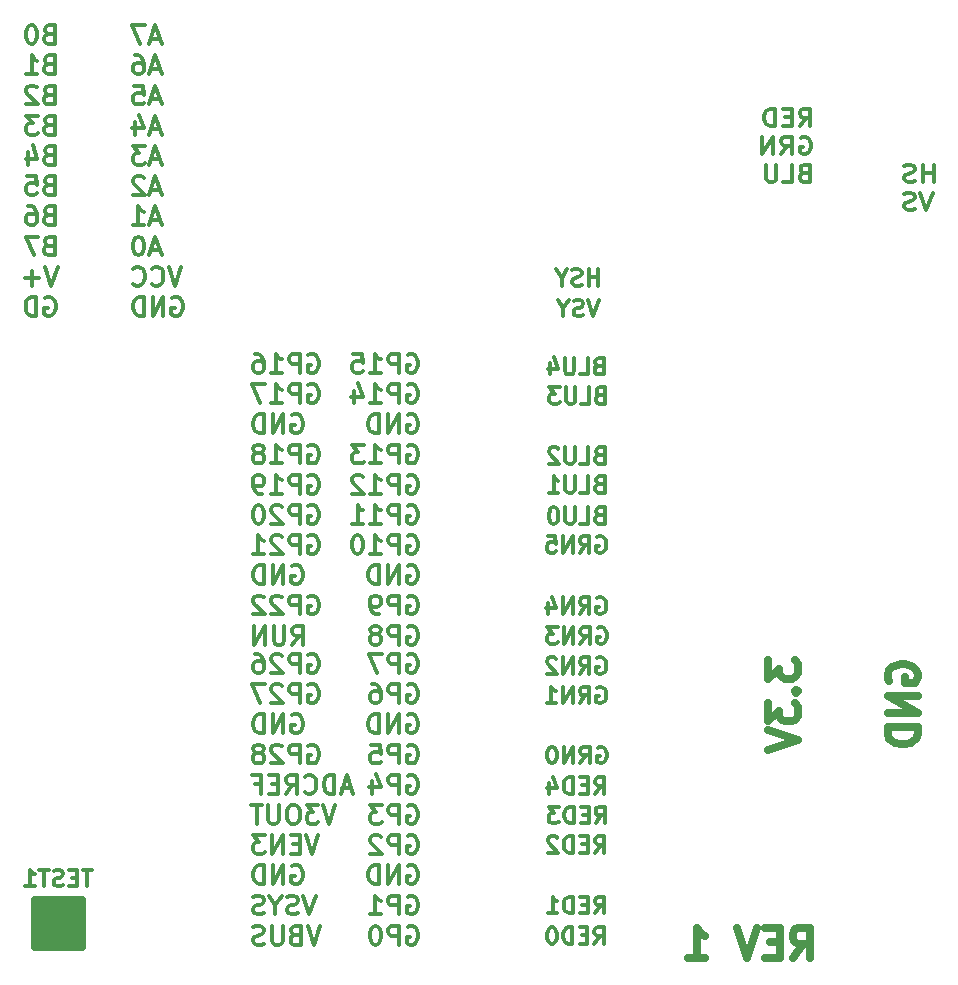
<source format=gbr>
G04 #@! TF.GenerationSoftware,KiCad,Pcbnew,(6.0.1)*
G04 #@! TF.CreationDate,2022-05-14T09:46:04-04:00*
G04 #@! TF.ProjectId,PiPico-01,50695069-636f-42d3-9031-2e6b69636164,2*
G04 #@! TF.SameCoordinates,Original*
G04 #@! TF.FileFunction,Legend,Bot*
G04 #@! TF.FilePolarity,Positive*
%FSLAX46Y46*%
G04 Gerber Fmt 4.6, Leading zero omitted, Abs format (unit mm)*
G04 Created by KiCad (PCBNEW (6.0.1)) date 2022-05-14 09:46:04*
%MOMM*%
%LPD*%
G01*
G04 APERTURE LIST*
%ADD10C,0.635000*%
%ADD11C,0.304800*%
%ADD12C,0.317500*%
%ADD13C,0.650000*%
G04 APERTURE END LIST*
D10*
X96520000Y-80614761D02*
X96399047Y-80372857D01*
X96399047Y-80010000D01*
X96520000Y-79647142D01*
X96761904Y-79405238D01*
X97003809Y-79284285D01*
X97487619Y-79163333D01*
X97850476Y-79163333D01*
X98334285Y-79284285D01*
X98576190Y-79405238D01*
X98818095Y-79647142D01*
X98939047Y-80010000D01*
X98939047Y-80251904D01*
X98818095Y-80614761D01*
X98697142Y-80735714D01*
X97850476Y-80735714D01*
X97850476Y-80251904D01*
X98939047Y-81824285D02*
X96399047Y-81824285D01*
X98939047Y-83275714D01*
X96399047Y-83275714D01*
X98939047Y-84485238D02*
X96399047Y-84485238D01*
X96399047Y-85090000D01*
X96520000Y-85452857D01*
X96761904Y-85694761D01*
X97003809Y-85815714D01*
X97487619Y-85936666D01*
X97850476Y-85936666D01*
X98334285Y-85815714D01*
X98576190Y-85694761D01*
X98818095Y-85452857D01*
X98939047Y-85090000D01*
X98939047Y-84485238D01*
X86239047Y-78800476D02*
X86239047Y-80372857D01*
X87206666Y-79526190D01*
X87206666Y-79889047D01*
X87327619Y-80130952D01*
X87448571Y-80251904D01*
X87690476Y-80372857D01*
X88295238Y-80372857D01*
X88537142Y-80251904D01*
X88658095Y-80130952D01*
X88779047Y-79889047D01*
X88779047Y-79163333D01*
X88658095Y-78921428D01*
X88537142Y-78800476D01*
X88537142Y-81461428D02*
X88658095Y-81582380D01*
X88779047Y-81461428D01*
X88658095Y-81340476D01*
X88537142Y-81461428D01*
X88779047Y-81461428D01*
X86239047Y-82429047D02*
X86239047Y-84001428D01*
X87206666Y-83154761D01*
X87206666Y-83517619D01*
X87327619Y-83759523D01*
X87448571Y-83880476D01*
X87690476Y-84001428D01*
X88295238Y-84001428D01*
X88537142Y-83880476D01*
X88658095Y-83759523D01*
X88779047Y-83517619D01*
X88779047Y-82791904D01*
X88658095Y-82550000D01*
X88537142Y-82429047D01*
X86239047Y-84727142D02*
X88779047Y-85573809D01*
X86239047Y-86420476D01*
X88337571Y-104019047D02*
X89184238Y-102809523D01*
X89789000Y-104019047D02*
X89789000Y-101479047D01*
X88821380Y-101479047D01*
X88579476Y-101600000D01*
X88458523Y-101720952D01*
X88337571Y-101962857D01*
X88337571Y-102325714D01*
X88458523Y-102567619D01*
X88579476Y-102688571D01*
X88821380Y-102809523D01*
X89789000Y-102809523D01*
X87249000Y-102688571D02*
X86402333Y-102688571D01*
X86039476Y-104019047D02*
X87249000Y-104019047D01*
X87249000Y-101479047D01*
X86039476Y-101479047D01*
X85313761Y-101479047D02*
X84467095Y-104019047D01*
X83620428Y-101479047D01*
X79508047Y-104019047D02*
X80959476Y-104019047D01*
X80233761Y-104019047D02*
X80233761Y-101479047D01*
X80475666Y-101841904D01*
X80717571Y-102083809D01*
X80959476Y-102204761D01*
D11*
X55742356Y-78382813D02*
X55893546Y-78307217D01*
X56120332Y-78307217D01*
X56347118Y-78382813D01*
X56498308Y-78534003D01*
X56573903Y-78685193D01*
X56649499Y-78987574D01*
X56649499Y-79214360D01*
X56573903Y-79516741D01*
X56498308Y-79667932D01*
X56347118Y-79819122D01*
X56120332Y-79894717D01*
X55969141Y-79894717D01*
X55742356Y-79819122D01*
X55666760Y-79743527D01*
X55666760Y-79214360D01*
X55969141Y-79214360D01*
X54986403Y-79894717D02*
X54986403Y-78307217D01*
X54381641Y-78307217D01*
X54230451Y-78382813D01*
X54154856Y-78458408D01*
X54079260Y-78609598D01*
X54079260Y-78836384D01*
X54154856Y-78987574D01*
X54230451Y-79063170D01*
X54381641Y-79138765D01*
X54986403Y-79138765D01*
X53550094Y-78307217D02*
X52491760Y-78307217D01*
X53172118Y-79894717D01*
X55742356Y-80938688D02*
X55893546Y-80863092D01*
X56120332Y-80863092D01*
X56347118Y-80938688D01*
X56498308Y-81089878D01*
X56573903Y-81241068D01*
X56649499Y-81543449D01*
X56649499Y-81770235D01*
X56573903Y-82072616D01*
X56498308Y-82223807D01*
X56347118Y-82374997D01*
X56120332Y-82450592D01*
X55969141Y-82450592D01*
X55742356Y-82374997D01*
X55666760Y-82299402D01*
X55666760Y-81770235D01*
X55969141Y-81770235D01*
X54986403Y-82450592D02*
X54986403Y-80863092D01*
X54381641Y-80863092D01*
X54230451Y-80938688D01*
X54154856Y-81014283D01*
X54079260Y-81165473D01*
X54079260Y-81392259D01*
X54154856Y-81543449D01*
X54230451Y-81619045D01*
X54381641Y-81694640D01*
X54986403Y-81694640D01*
X52718546Y-80863092D02*
X53020927Y-80863092D01*
X53172118Y-80938688D01*
X53247713Y-81014283D01*
X53398903Y-81241068D01*
X53474499Y-81543449D01*
X53474499Y-82148211D01*
X53398903Y-82299402D01*
X53323308Y-82374997D01*
X53172118Y-82450592D01*
X52869737Y-82450592D01*
X52718546Y-82374997D01*
X52642951Y-82299402D01*
X52567356Y-82148211D01*
X52567356Y-81770235D01*
X52642951Y-81619045D01*
X52718546Y-81543449D01*
X52869737Y-81467854D01*
X53172118Y-81467854D01*
X53323308Y-81543449D01*
X53398903Y-81619045D01*
X53474499Y-81770235D01*
X55742356Y-83494563D02*
X55893546Y-83418967D01*
X56120332Y-83418967D01*
X56347118Y-83494563D01*
X56498308Y-83645753D01*
X56573903Y-83796943D01*
X56649499Y-84099324D01*
X56649499Y-84326110D01*
X56573903Y-84628491D01*
X56498308Y-84779682D01*
X56347118Y-84930872D01*
X56120332Y-85006467D01*
X55969141Y-85006467D01*
X55742356Y-84930872D01*
X55666760Y-84855277D01*
X55666760Y-84326110D01*
X55969141Y-84326110D01*
X54986403Y-85006467D02*
X54986403Y-83418967D01*
X54079260Y-85006467D01*
X54079260Y-83418967D01*
X53323308Y-85006467D02*
X53323308Y-83418967D01*
X52945332Y-83418967D01*
X52718546Y-83494563D01*
X52567356Y-83645753D01*
X52491760Y-83796943D01*
X52416165Y-84099324D01*
X52416165Y-84326110D01*
X52491760Y-84628491D01*
X52567356Y-84779682D01*
X52718546Y-84930872D01*
X52945332Y-85006467D01*
X53323308Y-85006467D01*
X55742356Y-86050438D02*
X55893546Y-85974842D01*
X56120332Y-85974842D01*
X56347118Y-86050438D01*
X56498308Y-86201628D01*
X56573903Y-86352818D01*
X56649499Y-86655199D01*
X56649499Y-86881985D01*
X56573903Y-87184366D01*
X56498308Y-87335557D01*
X56347118Y-87486747D01*
X56120332Y-87562342D01*
X55969141Y-87562342D01*
X55742356Y-87486747D01*
X55666760Y-87411152D01*
X55666760Y-86881985D01*
X55969141Y-86881985D01*
X54986403Y-87562342D02*
X54986403Y-85974842D01*
X54381641Y-85974842D01*
X54230451Y-86050438D01*
X54154856Y-86126033D01*
X54079260Y-86277223D01*
X54079260Y-86504009D01*
X54154856Y-86655199D01*
X54230451Y-86730795D01*
X54381641Y-86806390D01*
X54986403Y-86806390D01*
X52642951Y-85974842D02*
X53398903Y-85974842D01*
X53474499Y-86730795D01*
X53398903Y-86655199D01*
X53247713Y-86579604D01*
X52869737Y-86579604D01*
X52718546Y-86655199D01*
X52642951Y-86730795D01*
X52567356Y-86881985D01*
X52567356Y-87259961D01*
X52642951Y-87411152D01*
X52718546Y-87486747D01*
X52869737Y-87562342D01*
X53247713Y-87562342D01*
X53398903Y-87486747D01*
X53474499Y-87411152D01*
X55742356Y-88606313D02*
X55893546Y-88530717D01*
X56120332Y-88530717D01*
X56347118Y-88606313D01*
X56498308Y-88757503D01*
X56573903Y-88908693D01*
X56649499Y-89211074D01*
X56649499Y-89437860D01*
X56573903Y-89740241D01*
X56498308Y-89891432D01*
X56347118Y-90042622D01*
X56120332Y-90118217D01*
X55969141Y-90118217D01*
X55742356Y-90042622D01*
X55666760Y-89967027D01*
X55666760Y-89437860D01*
X55969141Y-89437860D01*
X54986403Y-90118217D02*
X54986403Y-88530717D01*
X54381641Y-88530717D01*
X54230451Y-88606313D01*
X54154856Y-88681908D01*
X54079260Y-88833098D01*
X54079260Y-89059884D01*
X54154856Y-89211074D01*
X54230451Y-89286670D01*
X54381641Y-89362265D01*
X54986403Y-89362265D01*
X52718546Y-89059884D02*
X52718546Y-90118217D01*
X53096522Y-88455122D02*
X53474499Y-89589051D01*
X52491760Y-89589051D01*
X55742356Y-91162188D02*
X55893546Y-91086592D01*
X56120332Y-91086592D01*
X56347118Y-91162188D01*
X56498308Y-91313378D01*
X56573903Y-91464568D01*
X56649499Y-91766949D01*
X56649499Y-91993735D01*
X56573903Y-92296116D01*
X56498308Y-92447307D01*
X56347118Y-92598497D01*
X56120332Y-92674092D01*
X55969141Y-92674092D01*
X55742356Y-92598497D01*
X55666760Y-92522902D01*
X55666760Y-91993735D01*
X55969141Y-91993735D01*
X54986403Y-92674092D02*
X54986403Y-91086592D01*
X54381641Y-91086592D01*
X54230451Y-91162188D01*
X54154856Y-91237783D01*
X54079260Y-91388973D01*
X54079260Y-91615759D01*
X54154856Y-91766949D01*
X54230451Y-91842545D01*
X54381641Y-91918140D01*
X54986403Y-91918140D01*
X53550094Y-91086592D02*
X52567356Y-91086592D01*
X53096522Y-91691354D01*
X52869737Y-91691354D01*
X52718546Y-91766949D01*
X52642951Y-91842545D01*
X52567356Y-91993735D01*
X52567356Y-92371711D01*
X52642951Y-92522902D01*
X52718546Y-92598497D01*
X52869737Y-92674092D01*
X53323308Y-92674092D01*
X53474499Y-92598497D01*
X53550094Y-92522902D01*
X55742356Y-93718063D02*
X55893546Y-93642467D01*
X56120332Y-93642467D01*
X56347118Y-93718063D01*
X56498308Y-93869253D01*
X56573903Y-94020443D01*
X56649499Y-94322824D01*
X56649499Y-94549610D01*
X56573903Y-94851991D01*
X56498308Y-95003182D01*
X56347118Y-95154372D01*
X56120332Y-95229967D01*
X55969141Y-95229967D01*
X55742356Y-95154372D01*
X55666760Y-95078777D01*
X55666760Y-94549610D01*
X55969141Y-94549610D01*
X54986403Y-95229967D02*
X54986403Y-93642467D01*
X54381641Y-93642467D01*
X54230451Y-93718063D01*
X54154856Y-93793658D01*
X54079260Y-93944848D01*
X54079260Y-94171634D01*
X54154856Y-94322824D01*
X54230451Y-94398420D01*
X54381641Y-94474015D01*
X54986403Y-94474015D01*
X53474499Y-93793658D02*
X53398903Y-93718063D01*
X53247713Y-93642467D01*
X52869737Y-93642467D01*
X52718546Y-93718063D01*
X52642951Y-93793658D01*
X52567356Y-93944848D01*
X52567356Y-94096039D01*
X52642951Y-94322824D01*
X53550094Y-95229967D01*
X52567356Y-95229967D01*
X55742356Y-96273938D02*
X55893546Y-96198342D01*
X56120332Y-96198342D01*
X56347118Y-96273938D01*
X56498308Y-96425128D01*
X56573903Y-96576318D01*
X56649499Y-96878699D01*
X56649499Y-97105485D01*
X56573903Y-97407866D01*
X56498308Y-97559057D01*
X56347118Y-97710247D01*
X56120332Y-97785842D01*
X55969141Y-97785842D01*
X55742356Y-97710247D01*
X55666760Y-97634652D01*
X55666760Y-97105485D01*
X55969141Y-97105485D01*
X54986403Y-97785842D02*
X54986403Y-96198342D01*
X54079260Y-97785842D01*
X54079260Y-96198342D01*
X53323308Y-97785842D02*
X53323308Y-96198342D01*
X52945332Y-96198342D01*
X52718546Y-96273938D01*
X52567356Y-96425128D01*
X52491760Y-96576318D01*
X52416165Y-96878699D01*
X52416165Y-97105485D01*
X52491760Y-97407866D01*
X52567356Y-97559057D01*
X52718546Y-97710247D01*
X52945332Y-97785842D01*
X53323308Y-97785842D01*
X55742356Y-98829813D02*
X55893546Y-98754217D01*
X56120332Y-98754217D01*
X56347118Y-98829813D01*
X56498308Y-98981003D01*
X56573903Y-99132193D01*
X56649499Y-99434574D01*
X56649499Y-99661360D01*
X56573903Y-99963741D01*
X56498308Y-100114932D01*
X56347118Y-100266122D01*
X56120332Y-100341717D01*
X55969141Y-100341717D01*
X55742356Y-100266122D01*
X55666760Y-100190527D01*
X55666760Y-99661360D01*
X55969141Y-99661360D01*
X54986403Y-100341717D02*
X54986403Y-98754217D01*
X54381641Y-98754217D01*
X54230451Y-98829813D01*
X54154856Y-98905408D01*
X54079260Y-99056598D01*
X54079260Y-99283384D01*
X54154856Y-99434574D01*
X54230451Y-99510170D01*
X54381641Y-99585765D01*
X54986403Y-99585765D01*
X52567356Y-100341717D02*
X53474499Y-100341717D01*
X53020927Y-100341717D02*
X53020927Y-98754217D01*
X53172118Y-98981003D01*
X53323308Y-99132193D01*
X53474499Y-99207789D01*
X55742356Y-101385688D02*
X55893546Y-101310092D01*
X56120332Y-101310092D01*
X56347118Y-101385688D01*
X56498308Y-101536878D01*
X56573903Y-101688068D01*
X56649499Y-101990449D01*
X56649499Y-102217235D01*
X56573903Y-102519616D01*
X56498308Y-102670807D01*
X56347118Y-102821997D01*
X56120332Y-102897592D01*
X55969141Y-102897592D01*
X55742356Y-102821997D01*
X55666760Y-102746402D01*
X55666760Y-102217235D01*
X55969141Y-102217235D01*
X54986403Y-102897592D02*
X54986403Y-101310092D01*
X54381641Y-101310092D01*
X54230451Y-101385688D01*
X54154856Y-101461283D01*
X54079260Y-101612473D01*
X54079260Y-101839259D01*
X54154856Y-101990449D01*
X54230451Y-102066045D01*
X54381641Y-102141640D01*
X54986403Y-102141640D01*
X53096522Y-101310092D02*
X52945332Y-101310092D01*
X52794141Y-101385688D01*
X52718546Y-101461283D01*
X52642951Y-101612473D01*
X52567356Y-101914854D01*
X52567356Y-102292830D01*
X52642951Y-102595211D01*
X52718546Y-102746402D01*
X52794141Y-102821997D01*
X52945332Y-102897592D01*
X53096522Y-102897592D01*
X53247713Y-102821997D01*
X53323308Y-102746402D01*
X53398903Y-102595211D01*
X53474499Y-102292830D01*
X53474499Y-101914854D01*
X53398903Y-101612473D01*
X53323308Y-101461283D01*
X53247713Y-101385688D01*
X53096522Y-101310092D01*
X47351405Y-52982813D02*
X47502596Y-52907217D01*
X47729381Y-52907217D01*
X47956167Y-52982813D01*
X48107358Y-53134003D01*
X48182953Y-53285193D01*
X48258548Y-53587574D01*
X48258548Y-53814360D01*
X48182953Y-54116741D01*
X48107358Y-54267932D01*
X47956167Y-54419122D01*
X47729381Y-54494717D01*
X47578191Y-54494717D01*
X47351405Y-54419122D01*
X47275810Y-54343527D01*
X47275810Y-53814360D01*
X47578191Y-53814360D01*
X46595453Y-54494717D02*
X46595453Y-52907217D01*
X45990691Y-52907217D01*
X45839500Y-52982813D01*
X45763905Y-53058408D01*
X45688310Y-53209598D01*
X45688310Y-53436384D01*
X45763905Y-53587574D01*
X45839500Y-53663170D01*
X45990691Y-53738765D01*
X46595453Y-53738765D01*
X44176405Y-54494717D02*
X45083548Y-54494717D01*
X44629977Y-54494717D02*
X44629977Y-52907217D01*
X44781167Y-53134003D01*
X44932358Y-53285193D01*
X45083548Y-53360789D01*
X42815691Y-52907217D02*
X43118072Y-52907217D01*
X43269262Y-52982813D01*
X43344858Y-53058408D01*
X43496048Y-53285193D01*
X43571643Y-53587574D01*
X43571643Y-54192336D01*
X43496048Y-54343527D01*
X43420453Y-54419122D01*
X43269262Y-54494717D01*
X42966881Y-54494717D01*
X42815691Y-54419122D01*
X42740096Y-54343527D01*
X42664500Y-54192336D01*
X42664500Y-53814360D01*
X42740096Y-53663170D01*
X42815691Y-53587574D01*
X42966881Y-53511979D01*
X43269262Y-53511979D01*
X43420453Y-53587574D01*
X43496048Y-53663170D01*
X43571643Y-53814360D01*
X47351405Y-55538688D02*
X47502596Y-55463092D01*
X47729381Y-55463092D01*
X47956167Y-55538688D01*
X48107358Y-55689878D01*
X48182953Y-55841068D01*
X48258548Y-56143449D01*
X48258548Y-56370235D01*
X48182953Y-56672616D01*
X48107358Y-56823807D01*
X47956167Y-56974997D01*
X47729381Y-57050592D01*
X47578191Y-57050592D01*
X47351405Y-56974997D01*
X47275810Y-56899402D01*
X47275810Y-56370235D01*
X47578191Y-56370235D01*
X46595453Y-57050592D02*
X46595453Y-55463092D01*
X45990691Y-55463092D01*
X45839500Y-55538688D01*
X45763905Y-55614283D01*
X45688310Y-55765473D01*
X45688310Y-55992259D01*
X45763905Y-56143449D01*
X45839500Y-56219045D01*
X45990691Y-56294640D01*
X46595453Y-56294640D01*
X44176405Y-57050592D02*
X45083548Y-57050592D01*
X44629977Y-57050592D02*
X44629977Y-55463092D01*
X44781167Y-55689878D01*
X44932358Y-55841068D01*
X45083548Y-55916664D01*
X43647239Y-55463092D02*
X42588905Y-55463092D01*
X43269262Y-57050592D01*
X45990691Y-58094563D02*
X46141881Y-58018967D01*
X46368667Y-58018967D01*
X46595453Y-58094563D01*
X46746643Y-58245753D01*
X46822239Y-58396943D01*
X46897834Y-58699324D01*
X46897834Y-58926110D01*
X46822239Y-59228491D01*
X46746643Y-59379682D01*
X46595453Y-59530872D01*
X46368667Y-59606467D01*
X46217477Y-59606467D01*
X45990691Y-59530872D01*
X45915096Y-59455277D01*
X45915096Y-58926110D01*
X46217477Y-58926110D01*
X45234739Y-59606467D02*
X45234739Y-58018967D01*
X44327596Y-59606467D01*
X44327596Y-58018967D01*
X43571643Y-59606467D02*
X43571643Y-58018967D01*
X43193667Y-58018967D01*
X42966881Y-58094563D01*
X42815691Y-58245753D01*
X42740096Y-58396943D01*
X42664500Y-58699324D01*
X42664500Y-58926110D01*
X42740096Y-59228491D01*
X42815691Y-59379682D01*
X42966881Y-59530872D01*
X43193667Y-59606467D01*
X43571643Y-59606467D01*
X47351405Y-60650438D02*
X47502596Y-60574842D01*
X47729381Y-60574842D01*
X47956167Y-60650438D01*
X48107358Y-60801628D01*
X48182953Y-60952818D01*
X48258548Y-61255199D01*
X48258548Y-61481985D01*
X48182953Y-61784366D01*
X48107358Y-61935557D01*
X47956167Y-62086747D01*
X47729381Y-62162342D01*
X47578191Y-62162342D01*
X47351405Y-62086747D01*
X47275810Y-62011152D01*
X47275810Y-61481985D01*
X47578191Y-61481985D01*
X46595453Y-62162342D02*
X46595453Y-60574842D01*
X45990691Y-60574842D01*
X45839500Y-60650438D01*
X45763905Y-60726033D01*
X45688310Y-60877223D01*
X45688310Y-61104009D01*
X45763905Y-61255199D01*
X45839500Y-61330795D01*
X45990691Y-61406390D01*
X46595453Y-61406390D01*
X44176405Y-62162342D02*
X45083548Y-62162342D01*
X44629977Y-62162342D02*
X44629977Y-60574842D01*
X44781167Y-60801628D01*
X44932358Y-60952818D01*
X45083548Y-61028414D01*
X43269262Y-61255199D02*
X43420453Y-61179604D01*
X43496048Y-61104009D01*
X43571643Y-60952818D01*
X43571643Y-60877223D01*
X43496048Y-60726033D01*
X43420453Y-60650438D01*
X43269262Y-60574842D01*
X42966881Y-60574842D01*
X42815691Y-60650438D01*
X42740096Y-60726033D01*
X42664500Y-60877223D01*
X42664500Y-60952818D01*
X42740096Y-61104009D01*
X42815691Y-61179604D01*
X42966881Y-61255199D01*
X43269262Y-61255199D01*
X43420453Y-61330795D01*
X43496048Y-61406390D01*
X43571643Y-61557580D01*
X43571643Y-61859961D01*
X43496048Y-62011152D01*
X43420453Y-62086747D01*
X43269262Y-62162342D01*
X42966881Y-62162342D01*
X42815691Y-62086747D01*
X42740096Y-62011152D01*
X42664500Y-61859961D01*
X42664500Y-61557580D01*
X42740096Y-61406390D01*
X42815691Y-61330795D01*
X42966881Y-61255199D01*
X47351405Y-63206313D02*
X47502596Y-63130717D01*
X47729381Y-63130717D01*
X47956167Y-63206313D01*
X48107358Y-63357503D01*
X48182953Y-63508693D01*
X48258548Y-63811074D01*
X48258548Y-64037860D01*
X48182953Y-64340241D01*
X48107358Y-64491432D01*
X47956167Y-64642622D01*
X47729381Y-64718217D01*
X47578191Y-64718217D01*
X47351405Y-64642622D01*
X47275810Y-64567027D01*
X47275810Y-64037860D01*
X47578191Y-64037860D01*
X46595453Y-64718217D02*
X46595453Y-63130717D01*
X45990691Y-63130717D01*
X45839500Y-63206313D01*
X45763905Y-63281908D01*
X45688310Y-63433098D01*
X45688310Y-63659884D01*
X45763905Y-63811074D01*
X45839500Y-63886670D01*
X45990691Y-63962265D01*
X46595453Y-63962265D01*
X44176405Y-64718217D02*
X45083548Y-64718217D01*
X44629977Y-64718217D02*
X44629977Y-63130717D01*
X44781167Y-63357503D01*
X44932358Y-63508693D01*
X45083548Y-63584289D01*
X43420453Y-64718217D02*
X43118072Y-64718217D01*
X42966881Y-64642622D01*
X42891286Y-64567027D01*
X42740096Y-64340241D01*
X42664500Y-64037860D01*
X42664500Y-63433098D01*
X42740096Y-63281908D01*
X42815691Y-63206313D01*
X42966881Y-63130717D01*
X43269262Y-63130717D01*
X43420453Y-63206313D01*
X43496048Y-63281908D01*
X43571643Y-63433098D01*
X43571643Y-63811074D01*
X43496048Y-63962265D01*
X43420453Y-64037860D01*
X43269262Y-64113455D01*
X42966881Y-64113455D01*
X42815691Y-64037860D01*
X42740096Y-63962265D01*
X42664500Y-63811074D01*
X47351405Y-65762188D02*
X47502596Y-65686592D01*
X47729381Y-65686592D01*
X47956167Y-65762188D01*
X48107358Y-65913378D01*
X48182953Y-66064568D01*
X48258548Y-66366949D01*
X48258548Y-66593735D01*
X48182953Y-66896116D01*
X48107358Y-67047307D01*
X47956167Y-67198497D01*
X47729381Y-67274092D01*
X47578191Y-67274092D01*
X47351405Y-67198497D01*
X47275810Y-67122902D01*
X47275810Y-66593735D01*
X47578191Y-66593735D01*
X46595453Y-67274092D02*
X46595453Y-65686592D01*
X45990691Y-65686592D01*
X45839500Y-65762188D01*
X45763905Y-65837783D01*
X45688310Y-65988973D01*
X45688310Y-66215759D01*
X45763905Y-66366949D01*
X45839500Y-66442545D01*
X45990691Y-66518140D01*
X46595453Y-66518140D01*
X45083548Y-65837783D02*
X45007953Y-65762188D01*
X44856762Y-65686592D01*
X44478786Y-65686592D01*
X44327596Y-65762188D01*
X44252000Y-65837783D01*
X44176405Y-65988973D01*
X44176405Y-66140164D01*
X44252000Y-66366949D01*
X45159143Y-67274092D01*
X44176405Y-67274092D01*
X43193667Y-65686592D02*
X43042477Y-65686592D01*
X42891286Y-65762188D01*
X42815691Y-65837783D01*
X42740096Y-65988973D01*
X42664500Y-66291354D01*
X42664500Y-66669330D01*
X42740096Y-66971711D01*
X42815691Y-67122902D01*
X42891286Y-67198497D01*
X43042477Y-67274092D01*
X43193667Y-67274092D01*
X43344858Y-67198497D01*
X43420453Y-67122902D01*
X43496048Y-66971711D01*
X43571643Y-66669330D01*
X43571643Y-66291354D01*
X43496048Y-65988973D01*
X43420453Y-65837783D01*
X43344858Y-65762188D01*
X43193667Y-65686592D01*
X47351405Y-68318063D02*
X47502596Y-68242467D01*
X47729381Y-68242467D01*
X47956167Y-68318063D01*
X48107358Y-68469253D01*
X48182953Y-68620443D01*
X48258548Y-68922824D01*
X48258548Y-69149610D01*
X48182953Y-69451991D01*
X48107358Y-69603182D01*
X47956167Y-69754372D01*
X47729381Y-69829967D01*
X47578191Y-69829967D01*
X47351405Y-69754372D01*
X47275810Y-69678777D01*
X47275810Y-69149610D01*
X47578191Y-69149610D01*
X46595453Y-69829967D02*
X46595453Y-68242467D01*
X45990691Y-68242467D01*
X45839500Y-68318063D01*
X45763905Y-68393658D01*
X45688310Y-68544848D01*
X45688310Y-68771634D01*
X45763905Y-68922824D01*
X45839500Y-68998420D01*
X45990691Y-69074015D01*
X46595453Y-69074015D01*
X45083548Y-68393658D02*
X45007953Y-68318063D01*
X44856762Y-68242467D01*
X44478786Y-68242467D01*
X44327596Y-68318063D01*
X44252000Y-68393658D01*
X44176405Y-68544848D01*
X44176405Y-68696039D01*
X44252000Y-68922824D01*
X45159143Y-69829967D01*
X44176405Y-69829967D01*
X42664500Y-69829967D02*
X43571643Y-69829967D01*
X43118072Y-69829967D02*
X43118072Y-68242467D01*
X43269262Y-68469253D01*
X43420453Y-68620443D01*
X43571643Y-68696039D01*
X45990691Y-70873938D02*
X46141881Y-70798342D01*
X46368667Y-70798342D01*
X46595453Y-70873938D01*
X46746643Y-71025128D01*
X46822239Y-71176318D01*
X46897834Y-71478699D01*
X46897834Y-71705485D01*
X46822239Y-72007866D01*
X46746643Y-72159057D01*
X46595453Y-72310247D01*
X46368667Y-72385842D01*
X46217477Y-72385842D01*
X45990691Y-72310247D01*
X45915096Y-72234652D01*
X45915096Y-71705485D01*
X46217477Y-71705485D01*
X45234739Y-72385842D02*
X45234739Y-70798342D01*
X44327596Y-72385842D01*
X44327596Y-70798342D01*
X43571643Y-72385842D02*
X43571643Y-70798342D01*
X43193667Y-70798342D01*
X42966881Y-70873938D01*
X42815691Y-71025128D01*
X42740096Y-71176318D01*
X42664500Y-71478699D01*
X42664500Y-71705485D01*
X42740096Y-72007866D01*
X42815691Y-72159057D01*
X42966881Y-72310247D01*
X43193667Y-72385842D01*
X43571643Y-72385842D01*
X47351405Y-73429813D02*
X47502596Y-73354217D01*
X47729381Y-73354217D01*
X47956167Y-73429813D01*
X48107358Y-73581003D01*
X48182953Y-73732193D01*
X48258548Y-74034574D01*
X48258548Y-74261360D01*
X48182953Y-74563741D01*
X48107358Y-74714932D01*
X47956167Y-74866122D01*
X47729381Y-74941717D01*
X47578191Y-74941717D01*
X47351405Y-74866122D01*
X47275810Y-74790527D01*
X47275810Y-74261360D01*
X47578191Y-74261360D01*
X46595453Y-74941717D02*
X46595453Y-73354217D01*
X45990691Y-73354217D01*
X45839500Y-73429813D01*
X45763905Y-73505408D01*
X45688310Y-73656598D01*
X45688310Y-73883384D01*
X45763905Y-74034574D01*
X45839500Y-74110170D01*
X45990691Y-74185765D01*
X46595453Y-74185765D01*
X45083548Y-73505408D02*
X45007953Y-73429813D01*
X44856762Y-73354217D01*
X44478786Y-73354217D01*
X44327596Y-73429813D01*
X44252000Y-73505408D01*
X44176405Y-73656598D01*
X44176405Y-73807789D01*
X44252000Y-74034574D01*
X45159143Y-74941717D01*
X44176405Y-74941717D01*
X43571643Y-73505408D02*
X43496048Y-73429813D01*
X43344858Y-73354217D01*
X42966881Y-73354217D01*
X42815691Y-73429813D01*
X42740096Y-73505408D01*
X42664500Y-73656598D01*
X42664500Y-73807789D01*
X42740096Y-74034574D01*
X43647239Y-74941717D01*
X42664500Y-74941717D01*
X45990691Y-77497592D02*
X46519858Y-76741640D01*
X46897834Y-77497592D02*
X46897834Y-75910092D01*
X46293072Y-75910092D01*
X46141881Y-75985688D01*
X46066286Y-76061283D01*
X45990691Y-76212473D01*
X45990691Y-76439259D01*
X46066286Y-76590449D01*
X46141881Y-76666045D01*
X46293072Y-76741640D01*
X46897834Y-76741640D01*
X45310334Y-75910092D02*
X45310334Y-77195211D01*
X45234739Y-77346402D01*
X45159143Y-77421997D01*
X45007953Y-77497592D01*
X44705572Y-77497592D01*
X44554381Y-77421997D01*
X44478786Y-77346402D01*
X44403191Y-77195211D01*
X44403191Y-75910092D01*
X43647239Y-77497592D02*
X43647239Y-75910092D01*
X42740096Y-77497592D01*
X42740096Y-75910092D01*
X100277143Y-38342521D02*
X100277143Y-36869321D01*
X100277143Y-37570845D02*
X99370000Y-37570845D01*
X99370000Y-38342521D02*
X99370000Y-36869321D01*
X98689643Y-38272369D02*
X98462858Y-38342521D01*
X98084881Y-38342521D01*
X97933691Y-38272369D01*
X97858096Y-38202216D01*
X97782500Y-38061912D01*
X97782500Y-37921607D01*
X97858096Y-37781302D01*
X97933691Y-37711150D01*
X98084881Y-37640997D01*
X98387262Y-37570845D01*
X98538453Y-37500693D01*
X98614048Y-37430540D01*
X98689643Y-37290235D01*
X98689643Y-37149931D01*
X98614048Y-37009626D01*
X98538453Y-36939474D01*
X98387262Y-36869321D01*
X98009286Y-36869321D01*
X97782500Y-36939474D01*
X100201548Y-39241173D02*
X99672381Y-40714373D01*
X99143215Y-39241173D01*
X98689643Y-40644221D02*
X98462858Y-40714373D01*
X98084881Y-40714373D01*
X97933691Y-40644221D01*
X97858096Y-40574068D01*
X97782500Y-40433764D01*
X97782500Y-40293459D01*
X97858096Y-40153154D01*
X97933691Y-40083002D01*
X98084881Y-40012849D01*
X98387262Y-39942697D01*
X98538453Y-39872545D01*
X98614048Y-39802392D01*
X98689643Y-39662087D01*
X98689643Y-39521783D01*
X98614048Y-39381478D01*
X98538453Y-39311326D01*
X98387262Y-39241173D01*
X98009286Y-39241173D01*
X97782500Y-39311326D01*
X88940760Y-33600595D02*
X89469927Y-32899071D01*
X89847903Y-33600595D02*
X89847903Y-32127395D01*
X89243141Y-32127395D01*
X89091951Y-32197548D01*
X89016356Y-32267700D01*
X88940760Y-32408005D01*
X88940760Y-32618462D01*
X89016356Y-32758767D01*
X89091951Y-32828919D01*
X89243141Y-32899071D01*
X89847903Y-32899071D01*
X88260403Y-32828919D02*
X87731237Y-32828919D01*
X87504451Y-33600595D02*
X88260403Y-33600595D01*
X88260403Y-32127395D01*
X87504451Y-32127395D01*
X86824094Y-33600595D02*
X86824094Y-32127395D01*
X86446118Y-32127395D01*
X86219332Y-32197548D01*
X86068141Y-32337852D01*
X85992546Y-32478157D01*
X85916951Y-32758767D01*
X85916951Y-32969224D01*
X85992546Y-33249833D01*
X86068141Y-33390138D01*
X86219332Y-33530443D01*
X86446118Y-33600595D01*
X86824094Y-33600595D01*
X89016356Y-34569400D02*
X89167546Y-34499247D01*
X89394332Y-34499247D01*
X89621118Y-34569400D01*
X89772308Y-34709704D01*
X89847903Y-34850009D01*
X89923499Y-35130619D01*
X89923499Y-35341076D01*
X89847903Y-35621685D01*
X89772308Y-35761990D01*
X89621118Y-35902295D01*
X89394332Y-35972447D01*
X89243141Y-35972447D01*
X89016356Y-35902295D01*
X88940760Y-35832142D01*
X88940760Y-35341076D01*
X89243141Y-35341076D01*
X87353260Y-35972447D02*
X87882427Y-35270923D01*
X88260403Y-35972447D02*
X88260403Y-34499247D01*
X87655641Y-34499247D01*
X87504451Y-34569400D01*
X87428856Y-34639552D01*
X87353260Y-34779857D01*
X87353260Y-34990314D01*
X87428856Y-35130619D01*
X87504451Y-35200771D01*
X87655641Y-35270923D01*
X88260403Y-35270923D01*
X86672903Y-35972447D02*
X86672903Y-34499247D01*
X85765760Y-35972447D01*
X85765760Y-34499247D01*
X89318737Y-37572623D02*
X89091951Y-37642775D01*
X89016356Y-37712928D01*
X88940760Y-37853232D01*
X88940760Y-38063690D01*
X89016356Y-38203994D01*
X89091951Y-38274147D01*
X89243141Y-38344299D01*
X89847903Y-38344299D01*
X89847903Y-36871099D01*
X89318737Y-36871099D01*
X89167546Y-36941252D01*
X89091951Y-37011404D01*
X89016356Y-37151709D01*
X89016356Y-37292013D01*
X89091951Y-37432318D01*
X89167546Y-37502471D01*
X89318737Y-37572623D01*
X89847903Y-37572623D01*
X87504451Y-38344299D02*
X88260403Y-38344299D01*
X88260403Y-36871099D01*
X86975284Y-36871099D02*
X86975284Y-38063690D01*
X86899689Y-38203994D01*
X86824094Y-38274147D01*
X86672903Y-38344299D01*
X86370522Y-38344299D01*
X86219332Y-38274147D01*
X86143737Y-38203994D01*
X86068141Y-38063690D01*
X86068141Y-36871099D01*
X25361537Y-25824770D02*
X25134751Y-25900365D01*
X25059156Y-25975960D01*
X24983560Y-26127151D01*
X24983560Y-26353936D01*
X25059156Y-26505127D01*
X25134751Y-26580722D01*
X25285941Y-26656317D01*
X25890703Y-26656317D01*
X25890703Y-25068817D01*
X25361537Y-25068817D01*
X25210346Y-25144413D01*
X25134751Y-25220008D01*
X25059156Y-25371198D01*
X25059156Y-25522389D01*
X25134751Y-25673579D01*
X25210346Y-25749174D01*
X25361537Y-25824770D01*
X25890703Y-25824770D01*
X24000822Y-25068817D02*
X23849632Y-25068817D01*
X23698441Y-25144413D01*
X23622846Y-25220008D01*
X23547251Y-25371198D01*
X23471656Y-25673579D01*
X23471656Y-26051555D01*
X23547251Y-26353936D01*
X23622846Y-26505127D01*
X23698441Y-26580722D01*
X23849632Y-26656317D01*
X24000822Y-26656317D01*
X24152013Y-26580722D01*
X24227608Y-26505127D01*
X24303203Y-26353936D01*
X24378799Y-26051555D01*
X24378799Y-25673579D01*
X24303203Y-25371198D01*
X24227608Y-25220008D01*
X24152013Y-25144413D01*
X24000822Y-25068817D01*
X25361537Y-28380645D02*
X25134751Y-28456240D01*
X25059156Y-28531835D01*
X24983560Y-28683026D01*
X24983560Y-28909811D01*
X25059156Y-29061002D01*
X25134751Y-29136597D01*
X25285941Y-29212192D01*
X25890703Y-29212192D01*
X25890703Y-27624692D01*
X25361537Y-27624692D01*
X25210346Y-27700288D01*
X25134751Y-27775883D01*
X25059156Y-27927073D01*
X25059156Y-28078264D01*
X25134751Y-28229454D01*
X25210346Y-28305049D01*
X25361537Y-28380645D01*
X25890703Y-28380645D01*
X23471656Y-29212192D02*
X24378799Y-29212192D01*
X23925227Y-29212192D02*
X23925227Y-27624692D01*
X24076418Y-27851478D01*
X24227608Y-28002668D01*
X24378799Y-28078264D01*
X25361537Y-30936520D02*
X25134751Y-31012115D01*
X25059156Y-31087710D01*
X24983560Y-31238901D01*
X24983560Y-31465686D01*
X25059156Y-31616877D01*
X25134751Y-31692472D01*
X25285941Y-31768067D01*
X25890703Y-31768067D01*
X25890703Y-30180567D01*
X25361537Y-30180567D01*
X25210346Y-30256163D01*
X25134751Y-30331758D01*
X25059156Y-30482948D01*
X25059156Y-30634139D01*
X25134751Y-30785329D01*
X25210346Y-30860924D01*
X25361537Y-30936520D01*
X25890703Y-30936520D01*
X24378799Y-30331758D02*
X24303203Y-30256163D01*
X24152013Y-30180567D01*
X23774037Y-30180567D01*
X23622846Y-30256163D01*
X23547251Y-30331758D01*
X23471656Y-30482948D01*
X23471656Y-30634139D01*
X23547251Y-30860924D01*
X24454394Y-31768067D01*
X23471656Y-31768067D01*
X25361537Y-33492395D02*
X25134751Y-33567990D01*
X25059156Y-33643585D01*
X24983560Y-33794776D01*
X24983560Y-34021561D01*
X25059156Y-34172752D01*
X25134751Y-34248347D01*
X25285941Y-34323942D01*
X25890703Y-34323942D01*
X25890703Y-32736442D01*
X25361537Y-32736442D01*
X25210346Y-32812038D01*
X25134751Y-32887633D01*
X25059156Y-33038823D01*
X25059156Y-33190014D01*
X25134751Y-33341204D01*
X25210346Y-33416799D01*
X25361537Y-33492395D01*
X25890703Y-33492395D01*
X24454394Y-32736442D02*
X23471656Y-32736442D01*
X24000822Y-33341204D01*
X23774037Y-33341204D01*
X23622846Y-33416799D01*
X23547251Y-33492395D01*
X23471656Y-33643585D01*
X23471656Y-34021561D01*
X23547251Y-34172752D01*
X23622846Y-34248347D01*
X23774037Y-34323942D01*
X24227608Y-34323942D01*
X24378799Y-34248347D01*
X24454394Y-34172752D01*
X25361537Y-36048270D02*
X25134751Y-36123865D01*
X25059156Y-36199460D01*
X24983560Y-36350651D01*
X24983560Y-36577436D01*
X25059156Y-36728627D01*
X25134751Y-36804222D01*
X25285941Y-36879817D01*
X25890703Y-36879817D01*
X25890703Y-35292317D01*
X25361537Y-35292317D01*
X25210346Y-35367913D01*
X25134751Y-35443508D01*
X25059156Y-35594698D01*
X25059156Y-35745889D01*
X25134751Y-35897079D01*
X25210346Y-35972674D01*
X25361537Y-36048270D01*
X25890703Y-36048270D01*
X23622846Y-35821484D02*
X23622846Y-36879817D01*
X24000822Y-35216722D02*
X24378799Y-36350651D01*
X23396060Y-36350651D01*
X25361537Y-38604145D02*
X25134751Y-38679740D01*
X25059156Y-38755335D01*
X24983560Y-38906526D01*
X24983560Y-39133311D01*
X25059156Y-39284502D01*
X25134751Y-39360097D01*
X25285941Y-39435692D01*
X25890703Y-39435692D01*
X25890703Y-37848192D01*
X25361537Y-37848192D01*
X25210346Y-37923788D01*
X25134751Y-37999383D01*
X25059156Y-38150573D01*
X25059156Y-38301764D01*
X25134751Y-38452954D01*
X25210346Y-38528549D01*
X25361537Y-38604145D01*
X25890703Y-38604145D01*
X23547251Y-37848192D02*
X24303203Y-37848192D01*
X24378799Y-38604145D01*
X24303203Y-38528549D01*
X24152013Y-38452954D01*
X23774037Y-38452954D01*
X23622846Y-38528549D01*
X23547251Y-38604145D01*
X23471656Y-38755335D01*
X23471656Y-39133311D01*
X23547251Y-39284502D01*
X23622846Y-39360097D01*
X23774037Y-39435692D01*
X24152013Y-39435692D01*
X24303203Y-39360097D01*
X24378799Y-39284502D01*
X25361537Y-41160020D02*
X25134751Y-41235615D01*
X25059156Y-41311210D01*
X24983560Y-41462401D01*
X24983560Y-41689186D01*
X25059156Y-41840377D01*
X25134751Y-41915972D01*
X25285941Y-41991567D01*
X25890703Y-41991567D01*
X25890703Y-40404067D01*
X25361537Y-40404067D01*
X25210346Y-40479663D01*
X25134751Y-40555258D01*
X25059156Y-40706448D01*
X25059156Y-40857639D01*
X25134751Y-41008829D01*
X25210346Y-41084424D01*
X25361537Y-41160020D01*
X25890703Y-41160020D01*
X23622846Y-40404067D02*
X23925227Y-40404067D01*
X24076418Y-40479663D01*
X24152013Y-40555258D01*
X24303203Y-40782043D01*
X24378799Y-41084424D01*
X24378799Y-41689186D01*
X24303203Y-41840377D01*
X24227608Y-41915972D01*
X24076418Y-41991567D01*
X23774037Y-41991567D01*
X23622846Y-41915972D01*
X23547251Y-41840377D01*
X23471656Y-41689186D01*
X23471656Y-41311210D01*
X23547251Y-41160020D01*
X23622846Y-41084424D01*
X23774037Y-41008829D01*
X24076418Y-41008829D01*
X24227608Y-41084424D01*
X24303203Y-41160020D01*
X24378799Y-41311210D01*
X25361537Y-43715895D02*
X25134751Y-43791490D01*
X25059156Y-43867085D01*
X24983560Y-44018276D01*
X24983560Y-44245061D01*
X25059156Y-44396252D01*
X25134751Y-44471847D01*
X25285941Y-44547442D01*
X25890703Y-44547442D01*
X25890703Y-42959942D01*
X25361537Y-42959942D01*
X25210346Y-43035538D01*
X25134751Y-43111133D01*
X25059156Y-43262323D01*
X25059156Y-43413514D01*
X25134751Y-43564704D01*
X25210346Y-43640299D01*
X25361537Y-43715895D01*
X25890703Y-43715895D01*
X24454394Y-42959942D02*
X23396060Y-42959942D01*
X24076418Y-44547442D01*
X26117489Y-45515817D02*
X25588322Y-47103317D01*
X25059156Y-45515817D01*
X24529989Y-46498555D02*
X23320465Y-46498555D01*
X23925227Y-47103317D02*
X23925227Y-45893793D01*
X25059156Y-48147288D02*
X25210346Y-48071692D01*
X25437132Y-48071692D01*
X25663918Y-48147288D01*
X25815108Y-48298478D01*
X25890703Y-48449668D01*
X25966299Y-48752049D01*
X25966299Y-48978835D01*
X25890703Y-49281216D01*
X25815108Y-49432407D01*
X25663918Y-49583597D01*
X25437132Y-49659192D01*
X25285941Y-49659192D01*
X25059156Y-49583597D01*
X24983560Y-49508002D01*
X24983560Y-48978835D01*
X25285941Y-48978835D01*
X24303203Y-49659192D02*
X24303203Y-48071692D01*
X23925227Y-48071692D01*
X23698441Y-48147288D01*
X23547251Y-48298478D01*
X23471656Y-48449668D01*
X23396060Y-48752049D01*
X23396060Y-48978835D01*
X23471656Y-49281216D01*
X23547251Y-49432407D01*
X23698441Y-49583597D01*
X23925227Y-49659192D01*
X24303203Y-49659192D01*
X47351405Y-78382813D02*
X47502596Y-78307217D01*
X47729381Y-78307217D01*
X47956167Y-78382813D01*
X48107358Y-78534003D01*
X48182953Y-78685193D01*
X48258548Y-78987574D01*
X48258548Y-79214360D01*
X48182953Y-79516741D01*
X48107358Y-79667932D01*
X47956167Y-79819122D01*
X47729381Y-79894717D01*
X47578191Y-79894717D01*
X47351405Y-79819122D01*
X47275810Y-79743527D01*
X47275810Y-79214360D01*
X47578191Y-79214360D01*
X46595453Y-79894717D02*
X46595453Y-78307217D01*
X45990691Y-78307217D01*
X45839500Y-78382813D01*
X45763905Y-78458408D01*
X45688310Y-78609598D01*
X45688310Y-78836384D01*
X45763905Y-78987574D01*
X45839500Y-79063170D01*
X45990691Y-79138765D01*
X46595453Y-79138765D01*
X45083548Y-78458408D02*
X45007953Y-78382813D01*
X44856762Y-78307217D01*
X44478786Y-78307217D01*
X44327596Y-78382813D01*
X44252000Y-78458408D01*
X44176405Y-78609598D01*
X44176405Y-78760789D01*
X44252000Y-78987574D01*
X45159143Y-79894717D01*
X44176405Y-79894717D01*
X42815691Y-78307217D02*
X43118072Y-78307217D01*
X43269262Y-78382813D01*
X43344858Y-78458408D01*
X43496048Y-78685193D01*
X43571643Y-78987574D01*
X43571643Y-79592336D01*
X43496048Y-79743527D01*
X43420453Y-79819122D01*
X43269262Y-79894717D01*
X42966881Y-79894717D01*
X42815691Y-79819122D01*
X42740096Y-79743527D01*
X42664500Y-79592336D01*
X42664500Y-79214360D01*
X42740096Y-79063170D01*
X42815691Y-78987574D01*
X42966881Y-78911979D01*
X43269262Y-78911979D01*
X43420453Y-78987574D01*
X43496048Y-79063170D01*
X43571643Y-79214360D01*
X47351405Y-80938688D02*
X47502596Y-80863092D01*
X47729381Y-80863092D01*
X47956167Y-80938688D01*
X48107358Y-81089878D01*
X48182953Y-81241068D01*
X48258548Y-81543449D01*
X48258548Y-81770235D01*
X48182953Y-82072616D01*
X48107358Y-82223807D01*
X47956167Y-82374997D01*
X47729381Y-82450592D01*
X47578191Y-82450592D01*
X47351405Y-82374997D01*
X47275810Y-82299402D01*
X47275810Y-81770235D01*
X47578191Y-81770235D01*
X46595453Y-82450592D02*
X46595453Y-80863092D01*
X45990691Y-80863092D01*
X45839500Y-80938688D01*
X45763905Y-81014283D01*
X45688310Y-81165473D01*
X45688310Y-81392259D01*
X45763905Y-81543449D01*
X45839500Y-81619045D01*
X45990691Y-81694640D01*
X46595453Y-81694640D01*
X45083548Y-81014283D02*
X45007953Y-80938688D01*
X44856762Y-80863092D01*
X44478786Y-80863092D01*
X44327596Y-80938688D01*
X44252000Y-81014283D01*
X44176405Y-81165473D01*
X44176405Y-81316664D01*
X44252000Y-81543449D01*
X45159143Y-82450592D01*
X44176405Y-82450592D01*
X43647239Y-80863092D02*
X42588905Y-80863092D01*
X43269262Y-82450592D01*
X45990691Y-83494563D02*
X46141881Y-83418967D01*
X46368667Y-83418967D01*
X46595453Y-83494563D01*
X46746643Y-83645753D01*
X46822239Y-83796943D01*
X46897834Y-84099324D01*
X46897834Y-84326110D01*
X46822239Y-84628491D01*
X46746643Y-84779682D01*
X46595453Y-84930872D01*
X46368667Y-85006467D01*
X46217477Y-85006467D01*
X45990691Y-84930872D01*
X45915096Y-84855277D01*
X45915096Y-84326110D01*
X46217477Y-84326110D01*
X45234739Y-85006467D02*
X45234739Y-83418967D01*
X44327596Y-85006467D01*
X44327596Y-83418967D01*
X43571643Y-85006467D02*
X43571643Y-83418967D01*
X43193667Y-83418967D01*
X42966881Y-83494563D01*
X42815691Y-83645753D01*
X42740096Y-83796943D01*
X42664500Y-84099324D01*
X42664500Y-84326110D01*
X42740096Y-84628491D01*
X42815691Y-84779682D01*
X42966881Y-84930872D01*
X43193667Y-85006467D01*
X43571643Y-85006467D01*
X47351405Y-86050438D02*
X47502596Y-85974842D01*
X47729381Y-85974842D01*
X47956167Y-86050438D01*
X48107358Y-86201628D01*
X48182953Y-86352818D01*
X48258548Y-86655199D01*
X48258548Y-86881985D01*
X48182953Y-87184366D01*
X48107358Y-87335557D01*
X47956167Y-87486747D01*
X47729381Y-87562342D01*
X47578191Y-87562342D01*
X47351405Y-87486747D01*
X47275810Y-87411152D01*
X47275810Y-86881985D01*
X47578191Y-86881985D01*
X46595453Y-87562342D02*
X46595453Y-85974842D01*
X45990691Y-85974842D01*
X45839500Y-86050438D01*
X45763905Y-86126033D01*
X45688310Y-86277223D01*
X45688310Y-86504009D01*
X45763905Y-86655199D01*
X45839500Y-86730795D01*
X45990691Y-86806390D01*
X46595453Y-86806390D01*
X45083548Y-86126033D02*
X45007953Y-86050438D01*
X44856762Y-85974842D01*
X44478786Y-85974842D01*
X44327596Y-86050438D01*
X44252000Y-86126033D01*
X44176405Y-86277223D01*
X44176405Y-86428414D01*
X44252000Y-86655199D01*
X45159143Y-87562342D01*
X44176405Y-87562342D01*
X43269262Y-86655199D02*
X43420453Y-86579604D01*
X43496048Y-86504009D01*
X43571643Y-86352818D01*
X43571643Y-86277223D01*
X43496048Y-86126033D01*
X43420453Y-86050438D01*
X43269262Y-85974842D01*
X42966881Y-85974842D01*
X42815691Y-86050438D01*
X42740096Y-86126033D01*
X42664500Y-86277223D01*
X42664500Y-86352818D01*
X42740096Y-86504009D01*
X42815691Y-86579604D01*
X42966881Y-86655199D01*
X43269262Y-86655199D01*
X43420453Y-86730795D01*
X43496048Y-86806390D01*
X43571643Y-86957580D01*
X43571643Y-87259961D01*
X43496048Y-87411152D01*
X43420453Y-87486747D01*
X43269262Y-87562342D01*
X42966881Y-87562342D01*
X42815691Y-87486747D01*
X42740096Y-87411152D01*
X42664500Y-87259961D01*
X42664500Y-86957580D01*
X42740096Y-86806390D01*
X42815691Y-86730795D01*
X42966881Y-86655199D01*
X50979977Y-89664646D02*
X50224024Y-89664646D01*
X51131167Y-90118217D02*
X50602000Y-88530717D01*
X50072834Y-90118217D01*
X49543667Y-90118217D02*
X49543667Y-88530717D01*
X49165691Y-88530717D01*
X48938905Y-88606313D01*
X48787715Y-88757503D01*
X48712120Y-88908693D01*
X48636524Y-89211074D01*
X48636524Y-89437860D01*
X48712120Y-89740241D01*
X48787715Y-89891432D01*
X48938905Y-90042622D01*
X49165691Y-90118217D01*
X49543667Y-90118217D01*
X47049024Y-89967027D02*
X47124620Y-90042622D01*
X47351405Y-90118217D01*
X47502596Y-90118217D01*
X47729381Y-90042622D01*
X47880572Y-89891432D01*
X47956167Y-89740241D01*
X48031762Y-89437860D01*
X48031762Y-89211074D01*
X47956167Y-88908693D01*
X47880572Y-88757503D01*
X47729381Y-88606313D01*
X47502596Y-88530717D01*
X47351405Y-88530717D01*
X47124620Y-88606313D01*
X47049024Y-88681908D01*
X45461524Y-90118217D02*
X45990691Y-89362265D01*
X46368667Y-90118217D02*
X46368667Y-88530717D01*
X45763905Y-88530717D01*
X45612715Y-88606313D01*
X45537120Y-88681908D01*
X45461524Y-88833098D01*
X45461524Y-89059884D01*
X45537120Y-89211074D01*
X45612715Y-89286670D01*
X45763905Y-89362265D01*
X46368667Y-89362265D01*
X44781167Y-89286670D02*
X44252000Y-89286670D01*
X44025215Y-90118217D02*
X44781167Y-90118217D01*
X44781167Y-88530717D01*
X44025215Y-88530717D01*
X42815691Y-89286670D02*
X43344858Y-89286670D01*
X43344858Y-90118217D02*
X43344858Y-88530717D01*
X42588905Y-88530717D01*
X49619262Y-91086592D02*
X49090096Y-92674092D01*
X48560929Y-91086592D01*
X48182953Y-91086592D02*
X47200215Y-91086592D01*
X47729381Y-91691354D01*
X47502596Y-91691354D01*
X47351405Y-91766949D01*
X47275810Y-91842545D01*
X47200215Y-91993735D01*
X47200215Y-92371711D01*
X47275810Y-92522902D01*
X47351405Y-92598497D01*
X47502596Y-92674092D01*
X47956167Y-92674092D01*
X48107358Y-92598497D01*
X48182953Y-92522902D01*
X46217477Y-91086592D02*
X45915096Y-91086592D01*
X45763905Y-91162188D01*
X45612715Y-91313378D01*
X45537120Y-91615759D01*
X45537120Y-92144926D01*
X45612715Y-92447307D01*
X45763905Y-92598497D01*
X45915096Y-92674092D01*
X46217477Y-92674092D01*
X46368667Y-92598497D01*
X46519858Y-92447307D01*
X46595453Y-92144926D01*
X46595453Y-91615759D01*
X46519858Y-91313378D01*
X46368667Y-91162188D01*
X46217477Y-91086592D01*
X44856762Y-91086592D02*
X44856762Y-92371711D01*
X44781167Y-92522902D01*
X44705572Y-92598497D01*
X44554381Y-92674092D01*
X44252000Y-92674092D01*
X44100810Y-92598497D01*
X44025215Y-92522902D01*
X43949620Y-92371711D01*
X43949620Y-91086592D01*
X43420453Y-91086592D02*
X42513310Y-91086592D01*
X42966881Y-92674092D02*
X42966881Y-91086592D01*
X48182953Y-93642467D02*
X47653786Y-95229967D01*
X47124620Y-93642467D01*
X46595453Y-94398420D02*
X46066286Y-94398420D01*
X45839500Y-95229967D02*
X46595453Y-95229967D01*
X46595453Y-93642467D01*
X45839500Y-93642467D01*
X45159143Y-95229967D02*
X45159143Y-93642467D01*
X44252000Y-95229967D01*
X44252000Y-93642467D01*
X43647239Y-93642467D02*
X42664500Y-93642467D01*
X43193667Y-94247229D01*
X42966881Y-94247229D01*
X42815691Y-94322824D01*
X42740096Y-94398420D01*
X42664500Y-94549610D01*
X42664500Y-94927586D01*
X42740096Y-95078777D01*
X42815691Y-95154372D01*
X42966881Y-95229967D01*
X43420453Y-95229967D01*
X43571643Y-95154372D01*
X43647239Y-95078777D01*
X45990691Y-96273938D02*
X46141881Y-96198342D01*
X46368667Y-96198342D01*
X46595453Y-96273938D01*
X46746643Y-96425128D01*
X46822239Y-96576318D01*
X46897834Y-96878699D01*
X46897834Y-97105485D01*
X46822239Y-97407866D01*
X46746643Y-97559057D01*
X46595453Y-97710247D01*
X46368667Y-97785842D01*
X46217477Y-97785842D01*
X45990691Y-97710247D01*
X45915096Y-97634652D01*
X45915096Y-97105485D01*
X46217477Y-97105485D01*
X45234739Y-97785842D02*
X45234739Y-96198342D01*
X44327596Y-97785842D01*
X44327596Y-96198342D01*
X43571643Y-97785842D02*
X43571643Y-96198342D01*
X43193667Y-96198342D01*
X42966881Y-96273938D01*
X42815691Y-96425128D01*
X42740096Y-96576318D01*
X42664500Y-96878699D01*
X42664500Y-97105485D01*
X42740096Y-97407866D01*
X42815691Y-97559057D01*
X42966881Y-97710247D01*
X43193667Y-97785842D01*
X43571643Y-97785842D01*
X47956167Y-98754217D02*
X47427000Y-100341717D01*
X46897834Y-98754217D01*
X46444262Y-100266122D02*
X46217477Y-100341717D01*
X45839500Y-100341717D01*
X45688310Y-100266122D01*
X45612715Y-100190527D01*
X45537120Y-100039336D01*
X45537120Y-99888146D01*
X45612715Y-99736955D01*
X45688310Y-99661360D01*
X45839500Y-99585765D01*
X46141881Y-99510170D01*
X46293072Y-99434574D01*
X46368667Y-99358979D01*
X46444262Y-99207789D01*
X46444262Y-99056598D01*
X46368667Y-98905408D01*
X46293072Y-98829813D01*
X46141881Y-98754217D01*
X45763905Y-98754217D01*
X45537120Y-98829813D01*
X44554381Y-99585765D02*
X44554381Y-100341717D01*
X45083548Y-98754217D02*
X44554381Y-99585765D01*
X44025215Y-98754217D01*
X43571643Y-100266122D02*
X43344858Y-100341717D01*
X42966881Y-100341717D01*
X42815691Y-100266122D01*
X42740096Y-100190527D01*
X42664500Y-100039336D01*
X42664500Y-99888146D01*
X42740096Y-99736955D01*
X42815691Y-99661360D01*
X42966881Y-99585765D01*
X43269262Y-99510170D01*
X43420453Y-99434574D01*
X43496048Y-99358979D01*
X43571643Y-99207789D01*
X43571643Y-99056598D01*
X43496048Y-98905408D01*
X43420453Y-98829813D01*
X43269262Y-98754217D01*
X42891286Y-98754217D01*
X42664500Y-98829813D01*
X48334143Y-101310092D02*
X47804977Y-102897592D01*
X47275810Y-101310092D01*
X46217477Y-102066045D02*
X45990691Y-102141640D01*
X45915096Y-102217235D01*
X45839500Y-102368426D01*
X45839500Y-102595211D01*
X45915096Y-102746402D01*
X45990691Y-102821997D01*
X46141881Y-102897592D01*
X46746643Y-102897592D01*
X46746643Y-101310092D01*
X46217477Y-101310092D01*
X46066286Y-101385688D01*
X45990691Y-101461283D01*
X45915096Y-101612473D01*
X45915096Y-101763664D01*
X45990691Y-101914854D01*
X46066286Y-101990449D01*
X46217477Y-102066045D01*
X46746643Y-102066045D01*
X45159143Y-101310092D02*
X45159143Y-102595211D01*
X45083548Y-102746402D01*
X45007953Y-102821997D01*
X44856762Y-102897592D01*
X44554381Y-102897592D01*
X44403191Y-102821997D01*
X44327596Y-102746402D01*
X44252000Y-102595211D01*
X44252000Y-101310092D01*
X43571643Y-102821997D02*
X43344858Y-102897592D01*
X42966881Y-102897592D01*
X42815691Y-102821997D01*
X42740096Y-102746402D01*
X42664500Y-102595211D01*
X42664500Y-102444021D01*
X42740096Y-102292830D01*
X42815691Y-102217235D01*
X42966881Y-102141640D01*
X43269262Y-102066045D01*
X43420453Y-101990449D01*
X43496048Y-101914854D01*
X43571643Y-101763664D01*
X43571643Y-101612473D01*
X43496048Y-101461283D01*
X43420453Y-101385688D01*
X43269262Y-101310092D01*
X42891286Y-101310092D01*
X42664500Y-101385688D01*
X34772358Y-26202746D02*
X34016405Y-26202746D01*
X34923548Y-26656317D02*
X34394381Y-25068817D01*
X33865215Y-26656317D01*
X33487239Y-25068817D02*
X32428905Y-25068817D01*
X33109262Y-26656317D01*
X34772358Y-28758621D02*
X34016405Y-28758621D01*
X34923548Y-29212192D02*
X34394381Y-27624692D01*
X33865215Y-29212192D01*
X32655691Y-27624692D02*
X32958072Y-27624692D01*
X33109262Y-27700288D01*
X33184858Y-27775883D01*
X33336048Y-28002668D01*
X33411643Y-28305049D01*
X33411643Y-28909811D01*
X33336048Y-29061002D01*
X33260453Y-29136597D01*
X33109262Y-29212192D01*
X32806881Y-29212192D01*
X32655691Y-29136597D01*
X32580096Y-29061002D01*
X32504500Y-28909811D01*
X32504500Y-28531835D01*
X32580096Y-28380645D01*
X32655691Y-28305049D01*
X32806881Y-28229454D01*
X33109262Y-28229454D01*
X33260453Y-28305049D01*
X33336048Y-28380645D01*
X33411643Y-28531835D01*
X34772358Y-31314496D02*
X34016405Y-31314496D01*
X34923548Y-31768067D02*
X34394381Y-30180567D01*
X33865215Y-31768067D01*
X32580096Y-30180567D02*
X33336048Y-30180567D01*
X33411643Y-30936520D01*
X33336048Y-30860924D01*
X33184858Y-30785329D01*
X32806881Y-30785329D01*
X32655691Y-30860924D01*
X32580096Y-30936520D01*
X32504500Y-31087710D01*
X32504500Y-31465686D01*
X32580096Y-31616877D01*
X32655691Y-31692472D01*
X32806881Y-31768067D01*
X33184858Y-31768067D01*
X33336048Y-31692472D01*
X33411643Y-31616877D01*
X34772358Y-33870371D02*
X34016405Y-33870371D01*
X34923548Y-34323942D02*
X34394381Y-32736442D01*
X33865215Y-34323942D01*
X32655691Y-33265609D02*
X32655691Y-34323942D01*
X33033667Y-32660847D02*
X33411643Y-33794776D01*
X32428905Y-33794776D01*
X34772358Y-36426246D02*
X34016405Y-36426246D01*
X34923548Y-36879817D02*
X34394381Y-35292317D01*
X33865215Y-36879817D01*
X33487239Y-35292317D02*
X32504500Y-35292317D01*
X33033667Y-35897079D01*
X32806881Y-35897079D01*
X32655691Y-35972674D01*
X32580096Y-36048270D01*
X32504500Y-36199460D01*
X32504500Y-36577436D01*
X32580096Y-36728627D01*
X32655691Y-36804222D01*
X32806881Y-36879817D01*
X33260453Y-36879817D01*
X33411643Y-36804222D01*
X33487239Y-36728627D01*
X34772358Y-38982121D02*
X34016405Y-38982121D01*
X34923548Y-39435692D02*
X34394381Y-37848192D01*
X33865215Y-39435692D01*
X33411643Y-37999383D02*
X33336048Y-37923788D01*
X33184858Y-37848192D01*
X32806881Y-37848192D01*
X32655691Y-37923788D01*
X32580096Y-37999383D01*
X32504500Y-38150573D01*
X32504500Y-38301764D01*
X32580096Y-38528549D01*
X33487239Y-39435692D01*
X32504500Y-39435692D01*
X34772358Y-41537996D02*
X34016405Y-41537996D01*
X34923548Y-41991567D02*
X34394381Y-40404067D01*
X33865215Y-41991567D01*
X32504500Y-41991567D02*
X33411643Y-41991567D01*
X32958072Y-41991567D02*
X32958072Y-40404067D01*
X33109262Y-40630853D01*
X33260453Y-40782043D01*
X33411643Y-40857639D01*
X34772358Y-44093871D02*
X34016405Y-44093871D01*
X34923548Y-44547442D02*
X34394381Y-42959942D01*
X33865215Y-44547442D01*
X33033667Y-42959942D02*
X32882477Y-42959942D01*
X32731286Y-43035538D01*
X32655691Y-43111133D01*
X32580096Y-43262323D01*
X32504500Y-43564704D01*
X32504500Y-43942680D01*
X32580096Y-44245061D01*
X32655691Y-44396252D01*
X32731286Y-44471847D01*
X32882477Y-44547442D01*
X33033667Y-44547442D01*
X33184858Y-44471847D01*
X33260453Y-44396252D01*
X33336048Y-44245061D01*
X33411643Y-43942680D01*
X33411643Y-43564704D01*
X33336048Y-43262323D01*
X33260453Y-43111133D01*
X33184858Y-43035538D01*
X33033667Y-42959942D01*
X36586643Y-45515817D02*
X36057477Y-47103317D01*
X35528310Y-45515817D01*
X34092000Y-46952127D02*
X34167596Y-47027722D01*
X34394381Y-47103317D01*
X34545572Y-47103317D01*
X34772358Y-47027722D01*
X34923548Y-46876532D01*
X34999143Y-46725341D01*
X35074739Y-46422960D01*
X35074739Y-46196174D01*
X34999143Y-45893793D01*
X34923548Y-45742603D01*
X34772358Y-45591413D01*
X34545572Y-45515817D01*
X34394381Y-45515817D01*
X34167596Y-45591413D01*
X34092000Y-45667008D01*
X32504500Y-46952127D02*
X32580096Y-47027722D01*
X32806881Y-47103317D01*
X32958072Y-47103317D01*
X33184858Y-47027722D01*
X33336048Y-46876532D01*
X33411643Y-46725341D01*
X33487239Y-46422960D01*
X33487239Y-46196174D01*
X33411643Y-45893793D01*
X33336048Y-45742603D01*
X33184858Y-45591413D01*
X32958072Y-45515817D01*
X32806881Y-45515817D01*
X32580096Y-45591413D01*
X32504500Y-45667008D01*
X35830691Y-48147288D02*
X35981881Y-48071692D01*
X36208667Y-48071692D01*
X36435453Y-48147288D01*
X36586643Y-48298478D01*
X36662239Y-48449668D01*
X36737834Y-48752049D01*
X36737834Y-48978835D01*
X36662239Y-49281216D01*
X36586643Y-49432407D01*
X36435453Y-49583597D01*
X36208667Y-49659192D01*
X36057477Y-49659192D01*
X35830691Y-49583597D01*
X35755096Y-49508002D01*
X35755096Y-48978835D01*
X36057477Y-48978835D01*
X35074739Y-49659192D02*
X35074739Y-48071692D01*
X34167596Y-49659192D01*
X34167596Y-48071692D01*
X33411643Y-49659192D02*
X33411643Y-48071692D01*
X33033667Y-48071692D01*
X32806881Y-48147288D01*
X32655691Y-48298478D01*
X32580096Y-48449668D01*
X32504500Y-48752049D01*
X32504500Y-48978835D01*
X32580096Y-49281216D01*
X32655691Y-49432407D01*
X32806881Y-49583597D01*
X33033667Y-49659192D01*
X33411643Y-49659192D01*
X55742356Y-52982813D02*
X55893546Y-52907217D01*
X56120332Y-52907217D01*
X56347118Y-52982813D01*
X56498308Y-53134003D01*
X56573903Y-53285193D01*
X56649499Y-53587574D01*
X56649499Y-53814360D01*
X56573903Y-54116741D01*
X56498308Y-54267932D01*
X56347118Y-54419122D01*
X56120332Y-54494717D01*
X55969141Y-54494717D01*
X55742356Y-54419122D01*
X55666760Y-54343527D01*
X55666760Y-53814360D01*
X55969141Y-53814360D01*
X54986403Y-54494717D02*
X54986403Y-52907217D01*
X54381641Y-52907217D01*
X54230451Y-52982813D01*
X54154856Y-53058408D01*
X54079260Y-53209598D01*
X54079260Y-53436384D01*
X54154856Y-53587574D01*
X54230451Y-53663170D01*
X54381641Y-53738765D01*
X54986403Y-53738765D01*
X52567356Y-54494717D02*
X53474499Y-54494717D01*
X53020927Y-54494717D02*
X53020927Y-52907217D01*
X53172118Y-53134003D01*
X53323308Y-53285193D01*
X53474499Y-53360789D01*
X51131046Y-52907217D02*
X51886999Y-52907217D01*
X51962594Y-53663170D01*
X51886999Y-53587574D01*
X51735808Y-53511979D01*
X51357832Y-53511979D01*
X51206641Y-53587574D01*
X51131046Y-53663170D01*
X51055451Y-53814360D01*
X51055451Y-54192336D01*
X51131046Y-54343527D01*
X51206641Y-54419122D01*
X51357832Y-54494717D01*
X51735808Y-54494717D01*
X51886999Y-54419122D01*
X51962594Y-54343527D01*
X55742356Y-55538688D02*
X55893546Y-55463092D01*
X56120332Y-55463092D01*
X56347118Y-55538688D01*
X56498308Y-55689878D01*
X56573903Y-55841068D01*
X56649499Y-56143449D01*
X56649499Y-56370235D01*
X56573903Y-56672616D01*
X56498308Y-56823807D01*
X56347118Y-56974997D01*
X56120332Y-57050592D01*
X55969141Y-57050592D01*
X55742356Y-56974997D01*
X55666760Y-56899402D01*
X55666760Y-56370235D01*
X55969141Y-56370235D01*
X54986403Y-57050592D02*
X54986403Y-55463092D01*
X54381641Y-55463092D01*
X54230451Y-55538688D01*
X54154856Y-55614283D01*
X54079260Y-55765473D01*
X54079260Y-55992259D01*
X54154856Y-56143449D01*
X54230451Y-56219045D01*
X54381641Y-56294640D01*
X54986403Y-56294640D01*
X52567356Y-57050592D02*
X53474499Y-57050592D01*
X53020927Y-57050592D02*
X53020927Y-55463092D01*
X53172118Y-55689878D01*
X53323308Y-55841068D01*
X53474499Y-55916664D01*
X51206641Y-55992259D02*
X51206641Y-57050592D01*
X51584618Y-55387497D02*
X51962594Y-56521426D01*
X50979856Y-56521426D01*
X55742356Y-58094563D02*
X55893546Y-58018967D01*
X56120332Y-58018967D01*
X56347118Y-58094563D01*
X56498308Y-58245753D01*
X56573903Y-58396943D01*
X56649499Y-58699324D01*
X56649499Y-58926110D01*
X56573903Y-59228491D01*
X56498308Y-59379682D01*
X56347118Y-59530872D01*
X56120332Y-59606467D01*
X55969141Y-59606467D01*
X55742356Y-59530872D01*
X55666760Y-59455277D01*
X55666760Y-58926110D01*
X55969141Y-58926110D01*
X54986403Y-59606467D02*
X54986403Y-58018967D01*
X54079260Y-59606467D01*
X54079260Y-58018967D01*
X53323308Y-59606467D02*
X53323308Y-58018967D01*
X52945332Y-58018967D01*
X52718546Y-58094563D01*
X52567356Y-58245753D01*
X52491760Y-58396943D01*
X52416165Y-58699324D01*
X52416165Y-58926110D01*
X52491760Y-59228491D01*
X52567356Y-59379682D01*
X52718546Y-59530872D01*
X52945332Y-59606467D01*
X53323308Y-59606467D01*
X55742356Y-60650438D02*
X55893546Y-60574842D01*
X56120332Y-60574842D01*
X56347118Y-60650438D01*
X56498308Y-60801628D01*
X56573903Y-60952818D01*
X56649499Y-61255199D01*
X56649499Y-61481985D01*
X56573903Y-61784366D01*
X56498308Y-61935557D01*
X56347118Y-62086747D01*
X56120332Y-62162342D01*
X55969141Y-62162342D01*
X55742356Y-62086747D01*
X55666760Y-62011152D01*
X55666760Y-61481985D01*
X55969141Y-61481985D01*
X54986403Y-62162342D02*
X54986403Y-60574842D01*
X54381641Y-60574842D01*
X54230451Y-60650438D01*
X54154856Y-60726033D01*
X54079260Y-60877223D01*
X54079260Y-61104009D01*
X54154856Y-61255199D01*
X54230451Y-61330795D01*
X54381641Y-61406390D01*
X54986403Y-61406390D01*
X52567356Y-62162342D02*
X53474499Y-62162342D01*
X53020927Y-62162342D02*
X53020927Y-60574842D01*
X53172118Y-60801628D01*
X53323308Y-60952818D01*
X53474499Y-61028414D01*
X52038189Y-60574842D02*
X51055451Y-60574842D01*
X51584618Y-61179604D01*
X51357832Y-61179604D01*
X51206641Y-61255199D01*
X51131046Y-61330795D01*
X51055451Y-61481985D01*
X51055451Y-61859961D01*
X51131046Y-62011152D01*
X51206641Y-62086747D01*
X51357832Y-62162342D01*
X51811403Y-62162342D01*
X51962594Y-62086747D01*
X52038189Y-62011152D01*
X55742356Y-63206313D02*
X55893546Y-63130717D01*
X56120332Y-63130717D01*
X56347118Y-63206313D01*
X56498308Y-63357503D01*
X56573903Y-63508693D01*
X56649499Y-63811074D01*
X56649499Y-64037860D01*
X56573903Y-64340241D01*
X56498308Y-64491432D01*
X56347118Y-64642622D01*
X56120332Y-64718217D01*
X55969141Y-64718217D01*
X55742356Y-64642622D01*
X55666760Y-64567027D01*
X55666760Y-64037860D01*
X55969141Y-64037860D01*
X54986403Y-64718217D02*
X54986403Y-63130717D01*
X54381641Y-63130717D01*
X54230451Y-63206313D01*
X54154856Y-63281908D01*
X54079260Y-63433098D01*
X54079260Y-63659884D01*
X54154856Y-63811074D01*
X54230451Y-63886670D01*
X54381641Y-63962265D01*
X54986403Y-63962265D01*
X52567356Y-64718217D02*
X53474499Y-64718217D01*
X53020927Y-64718217D02*
X53020927Y-63130717D01*
X53172118Y-63357503D01*
X53323308Y-63508693D01*
X53474499Y-63584289D01*
X51962594Y-63281908D02*
X51886999Y-63206313D01*
X51735808Y-63130717D01*
X51357832Y-63130717D01*
X51206641Y-63206313D01*
X51131046Y-63281908D01*
X51055451Y-63433098D01*
X51055451Y-63584289D01*
X51131046Y-63811074D01*
X52038189Y-64718217D01*
X51055451Y-64718217D01*
X55742356Y-65762188D02*
X55893546Y-65686592D01*
X56120332Y-65686592D01*
X56347118Y-65762188D01*
X56498308Y-65913378D01*
X56573903Y-66064568D01*
X56649499Y-66366949D01*
X56649499Y-66593735D01*
X56573903Y-66896116D01*
X56498308Y-67047307D01*
X56347118Y-67198497D01*
X56120332Y-67274092D01*
X55969141Y-67274092D01*
X55742356Y-67198497D01*
X55666760Y-67122902D01*
X55666760Y-66593735D01*
X55969141Y-66593735D01*
X54986403Y-67274092D02*
X54986403Y-65686592D01*
X54381641Y-65686592D01*
X54230451Y-65762188D01*
X54154856Y-65837783D01*
X54079260Y-65988973D01*
X54079260Y-66215759D01*
X54154856Y-66366949D01*
X54230451Y-66442545D01*
X54381641Y-66518140D01*
X54986403Y-66518140D01*
X52567356Y-67274092D02*
X53474499Y-67274092D01*
X53020927Y-67274092D02*
X53020927Y-65686592D01*
X53172118Y-65913378D01*
X53323308Y-66064568D01*
X53474499Y-66140164D01*
X51055451Y-67274092D02*
X51962594Y-67274092D01*
X51509022Y-67274092D02*
X51509022Y-65686592D01*
X51660213Y-65913378D01*
X51811403Y-66064568D01*
X51962594Y-66140164D01*
X55742356Y-68318063D02*
X55893546Y-68242467D01*
X56120332Y-68242467D01*
X56347118Y-68318063D01*
X56498308Y-68469253D01*
X56573903Y-68620443D01*
X56649499Y-68922824D01*
X56649499Y-69149610D01*
X56573903Y-69451991D01*
X56498308Y-69603182D01*
X56347118Y-69754372D01*
X56120332Y-69829967D01*
X55969141Y-69829967D01*
X55742356Y-69754372D01*
X55666760Y-69678777D01*
X55666760Y-69149610D01*
X55969141Y-69149610D01*
X54986403Y-69829967D02*
X54986403Y-68242467D01*
X54381641Y-68242467D01*
X54230451Y-68318063D01*
X54154856Y-68393658D01*
X54079260Y-68544848D01*
X54079260Y-68771634D01*
X54154856Y-68922824D01*
X54230451Y-68998420D01*
X54381641Y-69074015D01*
X54986403Y-69074015D01*
X52567356Y-69829967D02*
X53474499Y-69829967D01*
X53020927Y-69829967D02*
X53020927Y-68242467D01*
X53172118Y-68469253D01*
X53323308Y-68620443D01*
X53474499Y-68696039D01*
X51584618Y-68242467D02*
X51433427Y-68242467D01*
X51282237Y-68318063D01*
X51206641Y-68393658D01*
X51131046Y-68544848D01*
X51055451Y-68847229D01*
X51055451Y-69225205D01*
X51131046Y-69527586D01*
X51206641Y-69678777D01*
X51282237Y-69754372D01*
X51433427Y-69829967D01*
X51584618Y-69829967D01*
X51735808Y-69754372D01*
X51811403Y-69678777D01*
X51886999Y-69527586D01*
X51962594Y-69225205D01*
X51962594Y-68847229D01*
X51886999Y-68544848D01*
X51811403Y-68393658D01*
X51735808Y-68318063D01*
X51584618Y-68242467D01*
X55742356Y-70873938D02*
X55893546Y-70798342D01*
X56120332Y-70798342D01*
X56347118Y-70873938D01*
X56498308Y-71025128D01*
X56573903Y-71176318D01*
X56649499Y-71478699D01*
X56649499Y-71705485D01*
X56573903Y-72007866D01*
X56498308Y-72159057D01*
X56347118Y-72310247D01*
X56120332Y-72385842D01*
X55969141Y-72385842D01*
X55742356Y-72310247D01*
X55666760Y-72234652D01*
X55666760Y-71705485D01*
X55969141Y-71705485D01*
X54986403Y-72385842D02*
X54986403Y-70798342D01*
X54079260Y-72385842D01*
X54079260Y-70798342D01*
X53323308Y-72385842D02*
X53323308Y-70798342D01*
X52945332Y-70798342D01*
X52718546Y-70873938D01*
X52567356Y-71025128D01*
X52491760Y-71176318D01*
X52416165Y-71478699D01*
X52416165Y-71705485D01*
X52491760Y-72007866D01*
X52567356Y-72159057D01*
X52718546Y-72310247D01*
X52945332Y-72385842D01*
X53323308Y-72385842D01*
X55742356Y-73429813D02*
X55893546Y-73354217D01*
X56120332Y-73354217D01*
X56347118Y-73429813D01*
X56498308Y-73581003D01*
X56573903Y-73732193D01*
X56649499Y-74034574D01*
X56649499Y-74261360D01*
X56573903Y-74563741D01*
X56498308Y-74714932D01*
X56347118Y-74866122D01*
X56120332Y-74941717D01*
X55969141Y-74941717D01*
X55742356Y-74866122D01*
X55666760Y-74790527D01*
X55666760Y-74261360D01*
X55969141Y-74261360D01*
X54986403Y-74941717D02*
X54986403Y-73354217D01*
X54381641Y-73354217D01*
X54230451Y-73429813D01*
X54154856Y-73505408D01*
X54079260Y-73656598D01*
X54079260Y-73883384D01*
X54154856Y-74034574D01*
X54230451Y-74110170D01*
X54381641Y-74185765D01*
X54986403Y-74185765D01*
X53323308Y-74941717D02*
X53020927Y-74941717D01*
X52869737Y-74866122D01*
X52794141Y-74790527D01*
X52642951Y-74563741D01*
X52567356Y-74261360D01*
X52567356Y-73656598D01*
X52642951Y-73505408D01*
X52718546Y-73429813D01*
X52869737Y-73354217D01*
X53172118Y-73354217D01*
X53323308Y-73429813D01*
X53398903Y-73505408D01*
X53474499Y-73656598D01*
X53474499Y-74034574D01*
X53398903Y-74185765D01*
X53323308Y-74261360D01*
X53172118Y-74336955D01*
X52869737Y-74336955D01*
X52718546Y-74261360D01*
X52642951Y-74185765D01*
X52567356Y-74034574D01*
X55742356Y-75985688D02*
X55893546Y-75910092D01*
X56120332Y-75910092D01*
X56347118Y-75985688D01*
X56498308Y-76136878D01*
X56573903Y-76288068D01*
X56649499Y-76590449D01*
X56649499Y-76817235D01*
X56573903Y-77119616D01*
X56498308Y-77270807D01*
X56347118Y-77421997D01*
X56120332Y-77497592D01*
X55969141Y-77497592D01*
X55742356Y-77421997D01*
X55666760Y-77346402D01*
X55666760Y-76817235D01*
X55969141Y-76817235D01*
X54986403Y-77497592D02*
X54986403Y-75910092D01*
X54381641Y-75910092D01*
X54230451Y-75985688D01*
X54154856Y-76061283D01*
X54079260Y-76212473D01*
X54079260Y-76439259D01*
X54154856Y-76590449D01*
X54230451Y-76666045D01*
X54381641Y-76741640D01*
X54986403Y-76741640D01*
X53172118Y-76590449D02*
X53323308Y-76514854D01*
X53398903Y-76439259D01*
X53474499Y-76288068D01*
X53474499Y-76212473D01*
X53398903Y-76061283D01*
X53323308Y-75985688D01*
X53172118Y-75910092D01*
X52869737Y-75910092D01*
X52718546Y-75985688D01*
X52642951Y-76061283D01*
X52567356Y-76212473D01*
X52567356Y-76288068D01*
X52642951Y-76439259D01*
X52718546Y-76514854D01*
X52869737Y-76590449D01*
X53172118Y-76590449D01*
X53323308Y-76666045D01*
X53398903Y-76741640D01*
X53474499Y-76892830D01*
X53474499Y-77195211D01*
X53398903Y-77346402D01*
X53323308Y-77421997D01*
X53172118Y-77497592D01*
X52869737Y-77497592D01*
X52718546Y-77421997D01*
X52642951Y-77346402D01*
X52567356Y-77195211D01*
X52567356Y-76892830D01*
X52642951Y-76741640D01*
X52718546Y-76666045D01*
X52869737Y-76590449D01*
D12*
X29030385Y-96567776D02*
X28232100Y-96567776D01*
X28631242Y-97964776D02*
X28631242Y-96567776D01*
X27766433Y-97233014D02*
X27300766Y-97233014D01*
X27101195Y-97964776D02*
X27766433Y-97964776D01*
X27766433Y-96567776D01*
X27101195Y-96567776D01*
X26569004Y-97898252D02*
X26369433Y-97964776D01*
X26036814Y-97964776D01*
X25903766Y-97898252D01*
X25837242Y-97831728D01*
X25770719Y-97698680D01*
X25770719Y-97565633D01*
X25837242Y-97432585D01*
X25903766Y-97366061D01*
X26036814Y-97299538D01*
X26302909Y-97233014D01*
X26435957Y-97166490D01*
X26502480Y-97099966D01*
X26569004Y-96966919D01*
X26569004Y-96833871D01*
X26502480Y-96700823D01*
X26435957Y-96634300D01*
X26302909Y-96567776D01*
X25970290Y-96567776D01*
X25770719Y-96634300D01*
X25371576Y-96567776D02*
X24573290Y-96567776D01*
X24972433Y-97964776D02*
X24972433Y-96567776D01*
X23375861Y-97964776D02*
X24174147Y-97964776D01*
X23775004Y-97964776D02*
X23775004Y-96567776D01*
X23908052Y-96767347D01*
X24041100Y-96900395D01*
X24174147Y-96966919D01*
X71868695Y-47113976D02*
X71868695Y-45716976D01*
X71868695Y-46382214D02*
X71070409Y-46382214D01*
X71070409Y-47113976D02*
X71070409Y-45716976D01*
X70471695Y-47047452D02*
X70272123Y-47113976D01*
X69939504Y-47113976D01*
X69806457Y-47047452D01*
X69739933Y-46980928D01*
X69673409Y-46847880D01*
X69673409Y-46714833D01*
X69739933Y-46581785D01*
X69806457Y-46515261D01*
X69939504Y-46448738D01*
X70205600Y-46382214D01*
X70338647Y-46315690D01*
X70405171Y-46249166D01*
X70471695Y-46116119D01*
X70471695Y-45983071D01*
X70405171Y-45850023D01*
X70338647Y-45783500D01*
X70205600Y-45716976D01*
X69872980Y-45716976D01*
X69673409Y-45783500D01*
X68808600Y-46448738D02*
X68808600Y-47113976D01*
X69274266Y-45716976D02*
X68808600Y-46448738D01*
X68342933Y-45716976D01*
X71935219Y-48307776D02*
X71469552Y-49704776D01*
X71003885Y-48307776D01*
X70604742Y-49638252D02*
X70405171Y-49704776D01*
X70072552Y-49704776D01*
X69939504Y-49638252D01*
X69872980Y-49571728D01*
X69806457Y-49438680D01*
X69806457Y-49305633D01*
X69872980Y-49172585D01*
X69939504Y-49106061D01*
X70072552Y-49039538D01*
X70338647Y-48973014D01*
X70471695Y-48906490D01*
X70538219Y-48839966D01*
X70604742Y-48706919D01*
X70604742Y-48573871D01*
X70538219Y-48440823D01*
X70471695Y-48374300D01*
X70338647Y-48307776D01*
X70006028Y-48307776D01*
X69806457Y-48374300D01*
X68941647Y-49039538D02*
X68941647Y-49704776D01*
X69407314Y-48307776D02*
X68941647Y-49039538D01*
X68475980Y-48307776D01*
X72017466Y-56389814D02*
X71817895Y-56456338D01*
X71751371Y-56522861D01*
X71684847Y-56655909D01*
X71684847Y-56855480D01*
X71751371Y-56988528D01*
X71817895Y-57055052D01*
X71950942Y-57121576D01*
X72483133Y-57121576D01*
X72483133Y-55724576D01*
X72017466Y-55724576D01*
X71884419Y-55791100D01*
X71817895Y-55857623D01*
X71751371Y-55990671D01*
X71751371Y-56123719D01*
X71817895Y-56256766D01*
X71884419Y-56323290D01*
X72017466Y-56389814D01*
X72483133Y-56389814D01*
X70420895Y-57121576D02*
X71086133Y-57121576D01*
X71086133Y-55724576D01*
X69955228Y-55724576D02*
X69955228Y-56855480D01*
X69888704Y-56988528D01*
X69822180Y-57055052D01*
X69689133Y-57121576D01*
X69423038Y-57121576D01*
X69289990Y-57055052D01*
X69223466Y-56988528D01*
X69156942Y-56855480D01*
X69156942Y-55724576D01*
X68624752Y-55724576D02*
X67759942Y-55724576D01*
X68225609Y-56256766D01*
X68026038Y-56256766D01*
X67892990Y-56323290D01*
X67826466Y-56389814D01*
X67759942Y-56522861D01*
X67759942Y-56855480D01*
X67826466Y-56988528D01*
X67892990Y-57055052D01*
X68026038Y-57121576D01*
X68425180Y-57121576D01*
X68558228Y-57055052D01*
X68624752Y-56988528D01*
X71966666Y-61469814D02*
X71767095Y-61536338D01*
X71700571Y-61602861D01*
X71634047Y-61735909D01*
X71634047Y-61935480D01*
X71700571Y-62068528D01*
X71767095Y-62135052D01*
X71900142Y-62201576D01*
X72432333Y-62201576D01*
X72432333Y-60804576D01*
X71966666Y-60804576D01*
X71833619Y-60871100D01*
X71767095Y-60937623D01*
X71700571Y-61070671D01*
X71700571Y-61203719D01*
X71767095Y-61336766D01*
X71833619Y-61403290D01*
X71966666Y-61469814D01*
X72432333Y-61469814D01*
X70370095Y-62201576D02*
X71035333Y-62201576D01*
X71035333Y-60804576D01*
X69904428Y-60804576D02*
X69904428Y-61935480D01*
X69837904Y-62068528D01*
X69771380Y-62135052D01*
X69638333Y-62201576D01*
X69372238Y-62201576D01*
X69239190Y-62135052D01*
X69172666Y-62068528D01*
X69106142Y-61935480D01*
X69106142Y-60804576D01*
X68507428Y-60937623D02*
X68440904Y-60871100D01*
X68307857Y-60804576D01*
X67975238Y-60804576D01*
X67842190Y-60871100D01*
X67775666Y-60937623D01*
X67709142Y-61070671D01*
X67709142Y-61203719D01*
X67775666Y-61403290D01*
X68573952Y-62201576D01*
X67709142Y-62201576D01*
X71966666Y-63908214D02*
X71767095Y-63974738D01*
X71700571Y-64041261D01*
X71634047Y-64174309D01*
X71634047Y-64373880D01*
X71700571Y-64506928D01*
X71767095Y-64573452D01*
X71900142Y-64639976D01*
X72432333Y-64639976D01*
X72432333Y-63242976D01*
X71966666Y-63242976D01*
X71833619Y-63309500D01*
X71767095Y-63376023D01*
X71700571Y-63509071D01*
X71700571Y-63642119D01*
X71767095Y-63775166D01*
X71833619Y-63841690D01*
X71966666Y-63908214D01*
X72432333Y-63908214D01*
X70370095Y-64639976D02*
X71035333Y-64639976D01*
X71035333Y-63242976D01*
X69904428Y-63242976D02*
X69904428Y-64373880D01*
X69837904Y-64506928D01*
X69771380Y-64573452D01*
X69638333Y-64639976D01*
X69372238Y-64639976D01*
X69239190Y-64573452D01*
X69172666Y-64506928D01*
X69106142Y-64373880D01*
X69106142Y-63242976D01*
X67709142Y-64639976D02*
X68507428Y-64639976D01*
X68108285Y-64639976D02*
X68108285Y-63242976D01*
X68241333Y-63442547D01*
X68374380Y-63575595D01*
X68507428Y-63642119D01*
X71966666Y-66549814D02*
X71767095Y-66616338D01*
X71700571Y-66682861D01*
X71634047Y-66815909D01*
X71634047Y-67015480D01*
X71700571Y-67148528D01*
X71767095Y-67215052D01*
X71900142Y-67281576D01*
X72432333Y-67281576D01*
X72432333Y-65884576D01*
X71966666Y-65884576D01*
X71833619Y-65951100D01*
X71767095Y-66017623D01*
X71700571Y-66150671D01*
X71700571Y-66283719D01*
X71767095Y-66416766D01*
X71833619Y-66483290D01*
X71966666Y-66549814D01*
X72432333Y-66549814D01*
X70370095Y-67281576D02*
X71035333Y-67281576D01*
X71035333Y-65884576D01*
X69904428Y-65884576D02*
X69904428Y-67015480D01*
X69837904Y-67148528D01*
X69771380Y-67215052D01*
X69638333Y-67281576D01*
X69372238Y-67281576D01*
X69239190Y-67215052D01*
X69172666Y-67148528D01*
X69106142Y-67015480D01*
X69106142Y-65884576D01*
X68174809Y-65884576D02*
X68041761Y-65884576D01*
X67908714Y-65951100D01*
X67842190Y-66017623D01*
X67775666Y-66150671D01*
X67709142Y-66416766D01*
X67709142Y-66749385D01*
X67775666Y-67015480D01*
X67842190Y-67148528D01*
X67908714Y-67215052D01*
X68041761Y-67281576D01*
X68174809Y-67281576D01*
X68307857Y-67215052D01*
X68374380Y-67148528D01*
X68440904Y-67015480D01*
X68507428Y-66749385D01*
X68507428Y-66416766D01*
X68440904Y-66150671D01*
X68374380Y-66017623D01*
X68307857Y-65951100D01*
X68174809Y-65884576D01*
X71782819Y-73571100D02*
X71915866Y-73504576D01*
X72115438Y-73504576D01*
X72315009Y-73571100D01*
X72448057Y-73704147D01*
X72514580Y-73837195D01*
X72581104Y-74103290D01*
X72581104Y-74302861D01*
X72514580Y-74568957D01*
X72448057Y-74702004D01*
X72315009Y-74835052D01*
X72115438Y-74901576D01*
X71982390Y-74901576D01*
X71782819Y-74835052D01*
X71716295Y-74768528D01*
X71716295Y-74302861D01*
X71982390Y-74302861D01*
X70319295Y-74901576D02*
X70784961Y-74236338D01*
X71117580Y-74901576D02*
X71117580Y-73504576D01*
X70585390Y-73504576D01*
X70452342Y-73571100D01*
X70385819Y-73637623D01*
X70319295Y-73770671D01*
X70319295Y-73970242D01*
X70385819Y-74103290D01*
X70452342Y-74169814D01*
X70585390Y-74236338D01*
X71117580Y-74236338D01*
X69720580Y-74901576D02*
X69720580Y-73504576D01*
X68922295Y-74901576D01*
X68922295Y-73504576D01*
X67658342Y-73970242D02*
X67658342Y-74901576D01*
X67990961Y-73438052D02*
X68323580Y-74435909D01*
X67458771Y-74435909D01*
X71782819Y-68389500D02*
X71915866Y-68322976D01*
X72115438Y-68322976D01*
X72315009Y-68389500D01*
X72448057Y-68522547D01*
X72514580Y-68655595D01*
X72581104Y-68921690D01*
X72581104Y-69121261D01*
X72514580Y-69387357D01*
X72448057Y-69520404D01*
X72315009Y-69653452D01*
X72115438Y-69719976D01*
X71982390Y-69719976D01*
X71782819Y-69653452D01*
X71716295Y-69586928D01*
X71716295Y-69121261D01*
X71982390Y-69121261D01*
X70319295Y-69719976D02*
X70784961Y-69054738D01*
X71117580Y-69719976D02*
X71117580Y-68322976D01*
X70585390Y-68322976D01*
X70452342Y-68389500D01*
X70385819Y-68456023D01*
X70319295Y-68589071D01*
X70319295Y-68788642D01*
X70385819Y-68921690D01*
X70452342Y-68988214D01*
X70585390Y-69054738D01*
X71117580Y-69054738D01*
X69720580Y-69719976D02*
X69720580Y-68322976D01*
X68922295Y-69719976D01*
X68922295Y-68322976D01*
X67591819Y-68322976D02*
X68257057Y-68322976D01*
X68323580Y-68988214D01*
X68257057Y-68921690D01*
X68124009Y-68855166D01*
X67791390Y-68855166D01*
X67658342Y-68921690D01*
X67591819Y-68988214D01*
X67525295Y-69121261D01*
X67525295Y-69453880D01*
X67591819Y-69586928D01*
X67658342Y-69653452D01*
X67791390Y-69719976D01*
X68124009Y-69719976D01*
X68257057Y-69653452D01*
X68323580Y-69586928D01*
X71833619Y-76111100D02*
X71966666Y-76044576D01*
X72166238Y-76044576D01*
X72365809Y-76111100D01*
X72498857Y-76244147D01*
X72565380Y-76377195D01*
X72631904Y-76643290D01*
X72631904Y-76842861D01*
X72565380Y-77108957D01*
X72498857Y-77242004D01*
X72365809Y-77375052D01*
X72166238Y-77441576D01*
X72033190Y-77441576D01*
X71833619Y-77375052D01*
X71767095Y-77308528D01*
X71767095Y-76842861D01*
X72033190Y-76842861D01*
X70370095Y-77441576D02*
X70835761Y-76776338D01*
X71168380Y-77441576D02*
X71168380Y-76044576D01*
X70636190Y-76044576D01*
X70503142Y-76111100D01*
X70436619Y-76177623D01*
X70370095Y-76310671D01*
X70370095Y-76510242D01*
X70436619Y-76643290D01*
X70503142Y-76709814D01*
X70636190Y-76776338D01*
X71168380Y-76776338D01*
X69771380Y-77441576D02*
X69771380Y-76044576D01*
X68973095Y-77441576D01*
X68973095Y-76044576D01*
X68440904Y-76044576D02*
X67576095Y-76044576D01*
X68041761Y-76576766D01*
X67842190Y-76576766D01*
X67709142Y-76643290D01*
X67642619Y-76709814D01*
X67576095Y-76842861D01*
X67576095Y-77175480D01*
X67642619Y-77308528D01*
X67709142Y-77375052D01*
X67842190Y-77441576D01*
X68241333Y-77441576D01*
X68374380Y-77375052D01*
X68440904Y-77308528D01*
X71782819Y-78651100D02*
X71915866Y-78584576D01*
X72115438Y-78584576D01*
X72315009Y-78651100D01*
X72448057Y-78784147D01*
X72514580Y-78917195D01*
X72581104Y-79183290D01*
X72581104Y-79382861D01*
X72514580Y-79648957D01*
X72448057Y-79782004D01*
X72315009Y-79915052D01*
X72115438Y-79981576D01*
X71982390Y-79981576D01*
X71782819Y-79915052D01*
X71716295Y-79848528D01*
X71716295Y-79382861D01*
X71982390Y-79382861D01*
X70319295Y-79981576D02*
X70784961Y-79316338D01*
X71117580Y-79981576D02*
X71117580Y-78584576D01*
X70585390Y-78584576D01*
X70452342Y-78651100D01*
X70385819Y-78717623D01*
X70319295Y-78850671D01*
X70319295Y-79050242D01*
X70385819Y-79183290D01*
X70452342Y-79249814D01*
X70585390Y-79316338D01*
X71117580Y-79316338D01*
X69720580Y-79981576D02*
X69720580Y-78584576D01*
X68922295Y-79981576D01*
X68922295Y-78584576D01*
X68323580Y-78717623D02*
X68257057Y-78651100D01*
X68124009Y-78584576D01*
X67791390Y-78584576D01*
X67658342Y-78651100D01*
X67591819Y-78717623D01*
X67525295Y-78850671D01*
X67525295Y-78983719D01*
X67591819Y-79183290D01*
X68390104Y-79981576D01*
X67525295Y-79981576D01*
X71782819Y-81140300D02*
X71915866Y-81073776D01*
X72115438Y-81073776D01*
X72315009Y-81140300D01*
X72448057Y-81273347D01*
X72514580Y-81406395D01*
X72581104Y-81672490D01*
X72581104Y-81872061D01*
X72514580Y-82138157D01*
X72448057Y-82271204D01*
X72315009Y-82404252D01*
X72115438Y-82470776D01*
X71982390Y-82470776D01*
X71782819Y-82404252D01*
X71716295Y-82337728D01*
X71716295Y-81872061D01*
X71982390Y-81872061D01*
X70319295Y-82470776D02*
X70784961Y-81805538D01*
X71117580Y-82470776D02*
X71117580Y-81073776D01*
X70585390Y-81073776D01*
X70452342Y-81140300D01*
X70385819Y-81206823D01*
X70319295Y-81339871D01*
X70319295Y-81539442D01*
X70385819Y-81672490D01*
X70452342Y-81739014D01*
X70585390Y-81805538D01*
X71117580Y-81805538D01*
X69720580Y-82470776D02*
X69720580Y-81073776D01*
X68922295Y-82470776D01*
X68922295Y-81073776D01*
X67525295Y-82470776D02*
X68323580Y-82470776D01*
X67924438Y-82470776D02*
X67924438Y-81073776D01*
X68057485Y-81273347D01*
X68190533Y-81406395D01*
X68323580Y-81472919D01*
X71833619Y-86220300D02*
X71966666Y-86153776D01*
X72166238Y-86153776D01*
X72365809Y-86220300D01*
X72498857Y-86353347D01*
X72565380Y-86486395D01*
X72631904Y-86752490D01*
X72631904Y-86952061D01*
X72565380Y-87218157D01*
X72498857Y-87351204D01*
X72365809Y-87484252D01*
X72166238Y-87550776D01*
X72033190Y-87550776D01*
X71833619Y-87484252D01*
X71767095Y-87417728D01*
X71767095Y-86952061D01*
X72033190Y-86952061D01*
X70370095Y-87550776D02*
X70835761Y-86885538D01*
X71168380Y-87550776D02*
X71168380Y-86153776D01*
X70636190Y-86153776D01*
X70503142Y-86220300D01*
X70436619Y-86286823D01*
X70370095Y-86419871D01*
X70370095Y-86619442D01*
X70436619Y-86752490D01*
X70503142Y-86819014D01*
X70636190Y-86885538D01*
X71168380Y-86885538D01*
X69771380Y-87550776D02*
X69771380Y-86153776D01*
X68973095Y-87550776D01*
X68973095Y-86153776D01*
X68041761Y-86153776D02*
X67908714Y-86153776D01*
X67775666Y-86220300D01*
X67709142Y-86286823D01*
X67642619Y-86419871D01*
X67576095Y-86685966D01*
X67576095Y-87018585D01*
X67642619Y-87284680D01*
X67709142Y-87417728D01*
X67775666Y-87484252D01*
X67908714Y-87550776D01*
X68041761Y-87550776D01*
X68174809Y-87484252D01*
X68241333Y-87417728D01*
X68307857Y-87284680D01*
X68374380Y-87018585D01*
X68374380Y-86685966D01*
X68307857Y-86419871D01*
X68241333Y-86286823D01*
X68174809Y-86220300D01*
X68041761Y-86153776D01*
X71915866Y-53900614D02*
X71716295Y-53967138D01*
X71649771Y-54033661D01*
X71583247Y-54166709D01*
X71583247Y-54366280D01*
X71649771Y-54499328D01*
X71716295Y-54565852D01*
X71849342Y-54632376D01*
X72381533Y-54632376D01*
X72381533Y-53235376D01*
X71915866Y-53235376D01*
X71782819Y-53301900D01*
X71716295Y-53368423D01*
X71649771Y-53501471D01*
X71649771Y-53634519D01*
X71716295Y-53767566D01*
X71782819Y-53834090D01*
X71915866Y-53900614D01*
X72381533Y-53900614D01*
X70319295Y-54632376D02*
X70984533Y-54632376D01*
X70984533Y-53235376D01*
X69853628Y-53235376D02*
X69853628Y-54366280D01*
X69787104Y-54499328D01*
X69720580Y-54565852D01*
X69587533Y-54632376D01*
X69321438Y-54632376D01*
X69188390Y-54565852D01*
X69121866Y-54499328D01*
X69055342Y-54366280D01*
X69055342Y-53235376D01*
X67791390Y-53701042D02*
X67791390Y-54632376D01*
X68124009Y-53168852D02*
X68456628Y-54166709D01*
X67591819Y-54166709D01*
X71667309Y-92630776D02*
X72132976Y-91965538D01*
X72465595Y-92630776D02*
X72465595Y-91233776D01*
X71933404Y-91233776D01*
X71800357Y-91300300D01*
X71733833Y-91366823D01*
X71667309Y-91499871D01*
X71667309Y-91699442D01*
X71733833Y-91832490D01*
X71800357Y-91899014D01*
X71933404Y-91965538D01*
X72465595Y-91965538D01*
X71068595Y-91899014D02*
X70602928Y-91899014D01*
X70403357Y-92630776D02*
X71068595Y-92630776D01*
X71068595Y-91233776D01*
X70403357Y-91233776D01*
X69804642Y-92630776D02*
X69804642Y-91233776D01*
X69472023Y-91233776D01*
X69272452Y-91300300D01*
X69139404Y-91433347D01*
X69072880Y-91566395D01*
X69006357Y-91832490D01*
X69006357Y-92032061D01*
X69072880Y-92298157D01*
X69139404Y-92431204D01*
X69272452Y-92564252D01*
X69472023Y-92630776D01*
X69804642Y-92630776D01*
X68540690Y-91233776D02*
X67675880Y-91233776D01*
X68141547Y-91765966D01*
X67941976Y-91765966D01*
X67808928Y-91832490D01*
X67742404Y-91899014D01*
X67675880Y-92032061D01*
X67675880Y-92364680D01*
X67742404Y-92497728D01*
X67808928Y-92564252D01*
X67941976Y-92630776D01*
X68341119Y-92630776D01*
X68474166Y-92564252D01*
X68540690Y-92497728D01*
X71616509Y-90141576D02*
X72082176Y-89476338D01*
X72414795Y-90141576D02*
X72414795Y-88744576D01*
X71882604Y-88744576D01*
X71749557Y-88811100D01*
X71683033Y-88877623D01*
X71616509Y-89010671D01*
X71616509Y-89210242D01*
X71683033Y-89343290D01*
X71749557Y-89409814D01*
X71882604Y-89476338D01*
X72414795Y-89476338D01*
X71017795Y-89409814D02*
X70552128Y-89409814D01*
X70352557Y-90141576D02*
X71017795Y-90141576D01*
X71017795Y-88744576D01*
X70352557Y-88744576D01*
X69753842Y-90141576D02*
X69753842Y-88744576D01*
X69421223Y-88744576D01*
X69221652Y-88811100D01*
X69088604Y-88944147D01*
X69022080Y-89077195D01*
X68955557Y-89343290D01*
X68955557Y-89542861D01*
X69022080Y-89808957D01*
X69088604Y-89942004D01*
X69221652Y-90075052D01*
X69421223Y-90141576D01*
X69753842Y-90141576D01*
X67758128Y-89210242D02*
X67758128Y-90141576D01*
X68090747Y-88678052D02*
X68423366Y-89675909D01*
X67558557Y-89675909D01*
X71616509Y-95119976D02*
X72082176Y-94454738D01*
X72414795Y-95119976D02*
X72414795Y-93722976D01*
X71882604Y-93722976D01*
X71749557Y-93789500D01*
X71683033Y-93856023D01*
X71616509Y-93989071D01*
X71616509Y-94188642D01*
X71683033Y-94321690D01*
X71749557Y-94388214D01*
X71882604Y-94454738D01*
X72414795Y-94454738D01*
X71017795Y-94388214D02*
X70552128Y-94388214D01*
X70352557Y-95119976D02*
X71017795Y-95119976D01*
X71017795Y-93722976D01*
X70352557Y-93722976D01*
X69753842Y-95119976D02*
X69753842Y-93722976D01*
X69421223Y-93722976D01*
X69221652Y-93789500D01*
X69088604Y-93922547D01*
X69022080Y-94055595D01*
X68955557Y-94321690D01*
X68955557Y-94521261D01*
X69022080Y-94787357D01*
X69088604Y-94920404D01*
X69221652Y-95053452D01*
X69421223Y-95119976D01*
X69753842Y-95119976D01*
X68423366Y-93856023D02*
X68356842Y-93789500D01*
X68223795Y-93722976D01*
X67891176Y-93722976D01*
X67758128Y-93789500D01*
X67691604Y-93856023D01*
X67625080Y-93989071D01*
X67625080Y-94122119D01*
X67691604Y-94321690D01*
X68489890Y-95119976D01*
X67625080Y-95119976D01*
X71616509Y-100250776D02*
X72082176Y-99585538D01*
X72414795Y-100250776D02*
X72414795Y-98853776D01*
X71882604Y-98853776D01*
X71749557Y-98920300D01*
X71683033Y-98986823D01*
X71616509Y-99119871D01*
X71616509Y-99319442D01*
X71683033Y-99452490D01*
X71749557Y-99519014D01*
X71882604Y-99585538D01*
X72414795Y-99585538D01*
X71017795Y-99519014D02*
X70552128Y-99519014D01*
X70352557Y-100250776D02*
X71017795Y-100250776D01*
X71017795Y-98853776D01*
X70352557Y-98853776D01*
X69753842Y-100250776D02*
X69753842Y-98853776D01*
X69421223Y-98853776D01*
X69221652Y-98920300D01*
X69088604Y-99053347D01*
X69022080Y-99186395D01*
X68955557Y-99452490D01*
X68955557Y-99652061D01*
X69022080Y-99918157D01*
X69088604Y-100051204D01*
X69221652Y-100184252D01*
X69421223Y-100250776D01*
X69753842Y-100250776D01*
X67625080Y-100250776D02*
X68423366Y-100250776D01*
X68024223Y-100250776D02*
X68024223Y-98853776D01*
X68157271Y-99053347D01*
X68290319Y-99186395D01*
X68423366Y-99252919D01*
X71565709Y-102841576D02*
X72031376Y-102176338D01*
X72363995Y-102841576D02*
X72363995Y-101444576D01*
X71831804Y-101444576D01*
X71698757Y-101511100D01*
X71632233Y-101577623D01*
X71565709Y-101710671D01*
X71565709Y-101910242D01*
X71632233Y-102043290D01*
X71698757Y-102109814D01*
X71831804Y-102176338D01*
X72363995Y-102176338D01*
X70966995Y-102109814D02*
X70501328Y-102109814D01*
X70301757Y-102841576D02*
X70966995Y-102841576D01*
X70966995Y-101444576D01*
X70301757Y-101444576D01*
X69703042Y-102841576D02*
X69703042Y-101444576D01*
X69370423Y-101444576D01*
X69170852Y-101511100D01*
X69037804Y-101644147D01*
X68971280Y-101777195D01*
X68904757Y-102043290D01*
X68904757Y-102242861D01*
X68971280Y-102508957D01*
X69037804Y-102642004D01*
X69170852Y-102775052D01*
X69370423Y-102841576D01*
X69703042Y-102841576D01*
X68039947Y-101444576D02*
X67906900Y-101444576D01*
X67773852Y-101511100D01*
X67707328Y-101577623D01*
X67640804Y-101710671D01*
X67574280Y-101976766D01*
X67574280Y-102309385D01*
X67640804Y-102575480D01*
X67707328Y-102708528D01*
X67773852Y-102775052D01*
X67906900Y-102841576D01*
X68039947Y-102841576D01*
X68172995Y-102775052D01*
X68239519Y-102708528D01*
X68306042Y-102575480D01*
X68372566Y-102309385D01*
X68372566Y-101976766D01*
X68306042Y-101710671D01*
X68239519Y-101577623D01*
X68172995Y-101511100D01*
X68039947Y-101444576D01*
D13*
X24162000Y-103092000D02*
X24162000Y-99092000D01*
X24162000Y-99592000D02*
X28162000Y-99592000D01*
X24162000Y-101592000D02*
X27662000Y-101592000D01*
X28162000Y-100592000D02*
X28162000Y-101092000D01*
X24162000Y-99092000D02*
X24162000Y-99592000D01*
X28162000Y-101092000D02*
X24162000Y-101092000D01*
X28162000Y-101592000D02*
X28162000Y-102092000D01*
X28162000Y-103092000D02*
X24162000Y-103092000D01*
X28162000Y-100092000D02*
X24162000Y-100092000D01*
X28162000Y-99092000D02*
X28162000Y-103092000D01*
X24162000Y-101092000D02*
X24162000Y-101592000D01*
X27662000Y-101592000D02*
X28162000Y-101592000D01*
X24162000Y-99092000D02*
X28162000Y-99092000D01*
X24162000Y-102592000D02*
X28162000Y-102592000D01*
X24162000Y-100592000D02*
X28162000Y-100592000D01*
X24162000Y-102092000D02*
X24162000Y-102592000D01*
X28162000Y-99592000D02*
X28162000Y-100092000D01*
X28162000Y-102092000D02*
X24162000Y-102092000D01*
X24162000Y-100092000D02*
X24162000Y-100592000D01*
M02*

</source>
